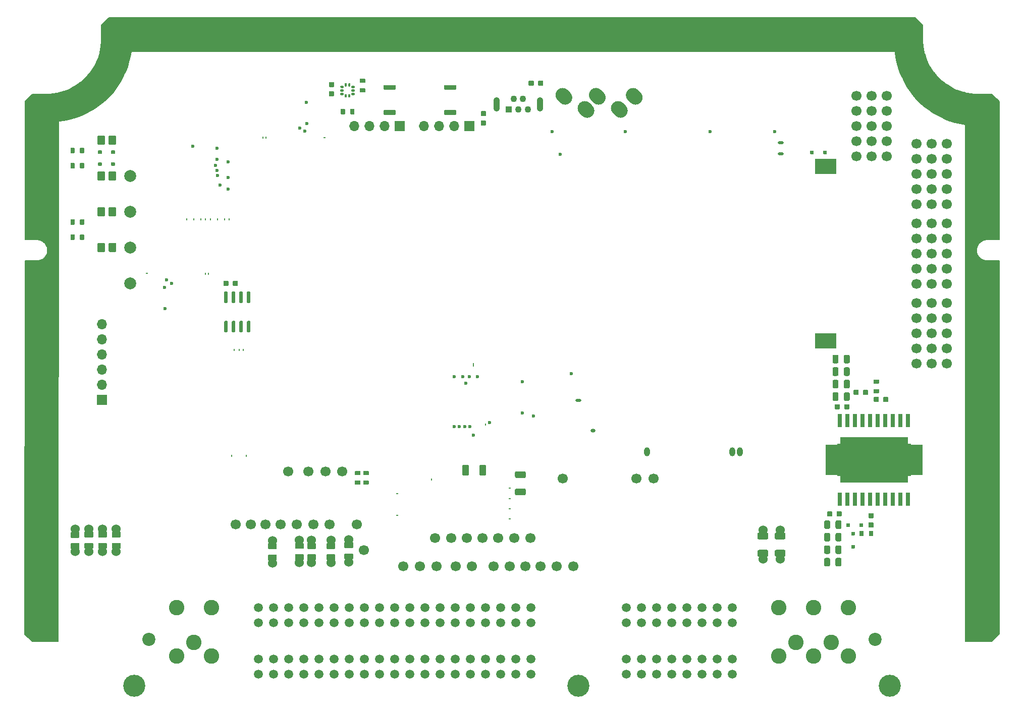
<source format=gts>
G04 #@! TF.GenerationSoftware,KiCad,Pcbnew,(5.99.0-10192-g8d0191151d)*
G04 #@! TF.CreationDate,2021-05-01T13:23:39+03:00*
G04 #@! TF.ProjectId,hellen121vag,68656c6c-656e-4313-9231-7661672e6b69,a*
G04 #@! TF.SameCoordinates,PX2b953a0PY6943058*
G04 #@! TF.FileFunction,Soldermask,Top*
G04 #@! TF.FilePolarity,Negative*
%FSLAX46Y46*%
G04 Gerber Fmt 4.6, Leading zero omitted, Abs format (unit mm)*
G04 Created by KiCad (PCBNEW (5.99.0-10192-g8d0191151d)) date 2021-05-01 13:23:39*
%MOMM*%
%LPD*%
G01*
G04 APERTURE LIST*
%ADD10C,0.010000*%
%ADD11C,3.700000*%
%ADD12C,2.200000*%
%ADD13C,2.600000*%
%ADD14C,1.500000*%
%ADD15C,1.700000*%
%ADD16O,0.499999X0.250000*%
%ADD17O,0.250000X0.499999*%
%ADD18C,0.599999*%
%ADD19O,0.200000X0.399999*%
%ADD20O,1.000001X1.500000*%
%ADD21O,0.800001X0.599999*%
%ADD22C,1.524000*%
%ADD23R,0.203200X1.524000*%
%ADD24C,2.000000*%
%ADD25R,0.800000X2.200000*%
%ADD26R,2.032000X5.080000*%
%ADD27R,11.430000X7.620000*%
%ADD28R,3.600000X2.600000*%
%ADD29O,0.500000X0.250000*%
%ADD30O,0.250000X0.500000*%
%ADD31R,1.700000X1.700000*%
%ADD32O,1.700000X1.700000*%
%ADD33C,0.600000*%
%ADD34O,1.000001X0.499999*%
%ADD35O,0.200000X0.499999*%
%ADD36R,1.100000X1.100000*%
%ADD37C,1.100000*%
%ADD38O,1.100000X2.400000*%
%ADD39C,0.200000*%
G04 APERTURE END LIST*
D10*
G04 #@! TO.C,U1*
X148402450Y46133763D02*
X148803000Y46133763D01*
X148803000Y46133763D02*
X148803000Y40847843D01*
X148803000Y40847843D02*
X148402450Y40847843D01*
X148402450Y40847843D02*
X148402450Y46133763D01*
G36*
X148803000Y40847843D02*
G01*
X148402450Y40847843D01*
X148402450Y46133763D01*
X148803000Y46133763D01*
X148803000Y40847843D01*
G37*
X148803000Y40847843D02*
X148402450Y40847843D01*
X148402450Y46133763D01*
X148803000Y46133763D01*
X148803000Y40847843D01*
X136598850Y46133763D02*
X137017400Y46133763D01*
X137017400Y46133763D02*
X137017400Y40845303D01*
X137017400Y40845303D02*
X136598850Y40845303D01*
X136598850Y40845303D02*
X136598850Y46133763D01*
G36*
X137017400Y40845303D02*
G01*
X136598850Y40845303D01*
X136598850Y46133763D01*
X137017400Y46133763D01*
X137017400Y40845303D01*
G37*
X137017400Y40845303D02*
X136598850Y40845303D01*
X136598850Y46133763D01*
X137017400Y46133763D01*
X137017400Y40845303D01*
G04 #@! TD*
G04 #@! TO.C,R21*
G36*
G01*
X8612000Y81240000D02*
X8612000Y80460000D01*
G75*
G02*
X8542000Y80390000I-70000J0D01*
G01*
X7982000Y80390000D01*
G75*
G02*
X7912000Y80460000I0J70000D01*
G01*
X7912000Y81240000D01*
G75*
G02*
X7982000Y81310000I70000J0D01*
G01*
X8542000Y81310000D01*
G75*
G02*
X8612000Y81240000I0J-70000D01*
G01*
G37*
G36*
G01*
X10212000Y81240000D02*
X10212000Y80460000D01*
G75*
G02*
X10142000Y80390000I-70000J0D01*
G01*
X9582000Y80390000D01*
G75*
G02*
X9512000Y80460000I0J70000D01*
G01*
X9512000Y81240000D01*
G75*
G02*
X9582000Y81310000I70000J0D01*
G01*
X10142000Y81310000D01*
G75*
G02*
X10212000Y81240000I0J-70000D01*
G01*
G37*
G04 #@! TD*
G04 #@! TO.C,R20*
G36*
G01*
X8612000Y83790000D02*
X8612000Y83010000D01*
G75*
G02*
X8542000Y82940000I-70000J0D01*
G01*
X7982000Y82940000D01*
G75*
G02*
X7912000Y83010000I0J70000D01*
G01*
X7912000Y83790000D01*
G75*
G02*
X7982000Y83860000I70000J0D01*
G01*
X8542000Y83860000D01*
G75*
G02*
X8612000Y83790000I0J-70000D01*
G01*
G37*
G36*
G01*
X10212000Y83790000D02*
X10212000Y83010000D01*
G75*
G02*
X10142000Y82940000I-70000J0D01*
G01*
X9582000Y82940000D01*
G75*
G02*
X9512000Y83010000I0J70000D01*
G01*
X9512000Y83790000D01*
G75*
G02*
X9582000Y83860000I70000J0D01*
G01*
X10142000Y83860000D01*
G75*
G02*
X10212000Y83790000I0J-70000D01*
G01*
G37*
G04 #@! TD*
G04 #@! TO.C,R17*
G36*
G01*
X8612000Y93240000D02*
X8612000Y92460000D01*
G75*
G02*
X8542000Y92390000I-70000J0D01*
G01*
X7982000Y92390000D01*
G75*
G02*
X7912000Y92460000I0J70000D01*
G01*
X7912000Y93240000D01*
G75*
G02*
X7982000Y93310000I70000J0D01*
G01*
X8542000Y93310000D01*
G75*
G02*
X8612000Y93240000I0J-70000D01*
G01*
G37*
G36*
G01*
X10212000Y93240000D02*
X10212000Y92460000D01*
G75*
G02*
X10142000Y92390000I-70000J0D01*
G01*
X9582000Y92390000D01*
G75*
G02*
X9512000Y92460000I0J70000D01*
G01*
X9512000Y93240000D01*
G75*
G02*
X9582000Y93310000I70000J0D01*
G01*
X10142000Y93310000D01*
G75*
G02*
X10212000Y93240000I0J-70000D01*
G01*
G37*
G04 #@! TD*
G04 #@! TO.C,R16*
G36*
G01*
X8612000Y95790000D02*
X8612000Y95010000D01*
G75*
G02*
X8542000Y94940000I-70000J0D01*
G01*
X7982000Y94940000D01*
G75*
G02*
X7912000Y95010000I0J70000D01*
G01*
X7912000Y95790000D01*
G75*
G02*
X7982000Y95860000I70000J0D01*
G01*
X8542000Y95860000D01*
G75*
G02*
X8612000Y95790000I0J-70000D01*
G01*
G37*
G36*
G01*
X10212000Y95790000D02*
X10212000Y95010000D01*
G75*
G02*
X10142000Y94940000I-70000J0D01*
G01*
X9582000Y94940000D01*
G75*
G02*
X9512000Y95010000I0J70000D01*
G01*
X9512000Y95790000D01*
G75*
G02*
X9582000Y95860000I70000J0D01*
G01*
X10142000Y95860000D01*
G75*
G02*
X10212000Y95790000I0J-70000D01*
G01*
G37*
G04 #@! TD*
D11*
G04 #@! TO.C,P1*
X145348000Y5492000D03*
X18648000Y5492000D03*
X93148000Y5492000D03*
D12*
X142898000Y13292000D03*
X21098000Y13292000D03*
D13*
X25748000Y10492000D03*
X31548000Y10492000D03*
X28648000Y12822000D03*
X25748000Y18622000D03*
X31548000Y18622000D03*
D14*
X85168000Y18622000D03*
X82628000Y18622000D03*
X80088000Y18622000D03*
X77548000Y18622000D03*
X75008000Y18622000D03*
X72468000Y18622000D03*
X69928000Y18622000D03*
X67388000Y18622000D03*
X64848000Y18622000D03*
X62308000Y18622000D03*
X59768000Y18622000D03*
X57228000Y18622000D03*
X54688000Y18622000D03*
X52148000Y18622000D03*
X49608000Y18622000D03*
X47068000Y18622000D03*
X44528000Y18622000D03*
X41988000Y18622000D03*
X39448000Y18622000D03*
X85168000Y16082000D03*
X82628000Y16082000D03*
X80088000Y16082000D03*
X77548000Y16082000D03*
X75008000Y16082000D03*
X72468000Y16082000D03*
X69928000Y16082000D03*
X67388000Y16082000D03*
X64848000Y16082000D03*
X62308000Y16082000D03*
X59768000Y16082000D03*
X57228000Y16082000D03*
X54688000Y16082000D03*
X52148000Y16082000D03*
X49608000Y16082000D03*
X47068000Y16082000D03*
X44528000Y16082000D03*
X41988000Y16082000D03*
X39448000Y16082000D03*
X85168000Y10032000D03*
X82628000Y10032000D03*
X80088000Y10032000D03*
X77548000Y10032000D03*
X75008000Y10032000D03*
X72468000Y10032000D03*
X69928000Y10032000D03*
X67388000Y10032000D03*
X64848000Y10032000D03*
X62308000Y10032000D03*
X59768000Y10032000D03*
X57228000Y10032000D03*
X54688000Y10032000D03*
X52148000Y10032000D03*
X49608000Y10032000D03*
X47068000Y10032000D03*
X44528000Y10032000D03*
X41988000Y10032000D03*
X39448000Y10032000D03*
X85168000Y7492000D03*
X82628000Y7492000D03*
X80088000Y7492000D03*
X77548000Y7492000D03*
X75008000Y7492000D03*
X72468000Y7492000D03*
X69928000Y7492000D03*
X67388000Y7492000D03*
X64848000Y7492000D03*
X62308000Y7492000D03*
X59768000Y7492000D03*
X57228000Y7492000D03*
X54688000Y7492000D03*
X52148000Y7492000D03*
X49608000Y7492000D03*
X47068000Y7492000D03*
X44528000Y7492000D03*
X41988000Y7492000D03*
X39448000Y7492000D03*
X101138000Y7492000D03*
X103678000Y7492000D03*
X106218000Y7492000D03*
X108758000Y7492000D03*
X111298000Y7492000D03*
X113838000Y7492000D03*
X116378000Y7492000D03*
X118918000Y7492000D03*
X101138000Y10032000D03*
X103678000Y10032000D03*
X106218000Y10032000D03*
X108758000Y10032000D03*
X111298000Y10032000D03*
X113838000Y10032000D03*
X116378000Y10032000D03*
X118918000Y10032000D03*
X101138000Y16082000D03*
X103678000Y16082000D03*
X106218000Y16082000D03*
X108758000Y16082000D03*
X111298000Y16082000D03*
X113838000Y16082000D03*
X116378000Y16082000D03*
X118918000Y16082000D03*
X101138000Y18622000D03*
X103678000Y18622000D03*
X106218000Y18622000D03*
X108758000Y18622000D03*
X111298000Y18622000D03*
X113838000Y18622000D03*
X116378000Y18622000D03*
X118918000Y18622000D03*
D13*
X126748000Y10492000D03*
X132548000Y10492000D03*
X138448000Y10492000D03*
X129648000Y12822000D03*
X135548000Y12822000D03*
X126748000Y18622000D03*
X132548000Y18622000D03*
X138448000Y18622000D03*
G04 #@! TD*
G04 #@! TO.C,M3*
G36*
G01*
X75642499Y59646377D02*
X75642499Y59196377D01*
G75*
G02*
X75517499Y59071377I-125000J0D01*
G01*
X75517499Y59071377D01*
G75*
G02*
X75392499Y59196377I0J125000D01*
G01*
X75392499Y59646377D01*
G75*
G02*
X75517499Y59771377I125000J0D01*
G01*
X75517499Y59771377D01*
G75*
G02*
X75642499Y59646377I0J-125000D01*
G01*
G37*
G04 #@! TD*
G04 #@! TO.C,U3*
G36*
G01*
X34145000Y64850000D02*
X33845000Y64850000D01*
G75*
G02*
X33695000Y65000000I0J150000D01*
G01*
X33695000Y66650000D01*
G75*
G02*
X33845000Y66800000I150000J0D01*
G01*
X34145000Y66800000D01*
G75*
G02*
X34295000Y66650000I0J-150000D01*
G01*
X34295000Y65000000D01*
G75*
G02*
X34145000Y64850000I-150000J0D01*
G01*
G37*
G36*
G01*
X35415000Y64850000D02*
X35115000Y64850000D01*
G75*
G02*
X34965000Y65000000I0J150000D01*
G01*
X34965000Y66650000D01*
G75*
G02*
X35115000Y66800000I150000J0D01*
G01*
X35415000Y66800000D01*
G75*
G02*
X35565000Y66650000I0J-150000D01*
G01*
X35565000Y65000000D01*
G75*
G02*
X35415000Y64850000I-150000J0D01*
G01*
G37*
G36*
G01*
X36685000Y64850000D02*
X36385000Y64850000D01*
G75*
G02*
X36235000Y65000000I0J150000D01*
G01*
X36235000Y66650000D01*
G75*
G02*
X36385000Y66800000I150000J0D01*
G01*
X36685000Y66800000D01*
G75*
G02*
X36835000Y66650000I0J-150000D01*
G01*
X36835000Y65000000D01*
G75*
G02*
X36685000Y64850000I-150000J0D01*
G01*
G37*
G36*
G01*
X37955000Y64850000D02*
X37655000Y64850000D01*
G75*
G02*
X37505000Y65000000I0J150000D01*
G01*
X37505000Y66650000D01*
G75*
G02*
X37655000Y66800000I150000J0D01*
G01*
X37955000Y66800000D01*
G75*
G02*
X38105000Y66650000I0J-150000D01*
G01*
X38105000Y65000000D01*
G75*
G02*
X37955000Y64850000I-150000J0D01*
G01*
G37*
G36*
G01*
X37955000Y69800000D02*
X37655000Y69800000D01*
G75*
G02*
X37505000Y69950000I0J150000D01*
G01*
X37505000Y71600000D01*
G75*
G02*
X37655000Y71750000I150000J0D01*
G01*
X37955000Y71750000D01*
G75*
G02*
X38105000Y71600000I0J-150000D01*
G01*
X38105000Y69950000D01*
G75*
G02*
X37955000Y69800000I-150000J0D01*
G01*
G37*
G36*
G01*
X36685000Y69800000D02*
X36385000Y69800000D01*
G75*
G02*
X36235000Y69950000I0J150000D01*
G01*
X36235000Y71600000D01*
G75*
G02*
X36385000Y71750000I150000J0D01*
G01*
X36685000Y71750000D01*
G75*
G02*
X36835000Y71600000I0J-150000D01*
G01*
X36835000Y69950000D01*
G75*
G02*
X36685000Y69800000I-150000J0D01*
G01*
G37*
G36*
G01*
X35415000Y69800000D02*
X35115000Y69800000D01*
G75*
G02*
X34965000Y69950000I0J150000D01*
G01*
X34965000Y71600000D01*
G75*
G02*
X35115000Y71750000I150000J0D01*
G01*
X35415000Y71750000D01*
G75*
G02*
X35565000Y71600000I0J-150000D01*
G01*
X35565000Y69950000D01*
G75*
G02*
X35415000Y69800000I-150000J0D01*
G01*
G37*
G36*
G01*
X34145000Y69800000D02*
X33845000Y69800000D01*
G75*
G02*
X33695000Y69950000I0J150000D01*
G01*
X33695000Y71600000D01*
G75*
G02*
X33845000Y71750000I150000J0D01*
G01*
X34145000Y71750000D01*
G75*
G02*
X34295000Y71600000I0J-150000D01*
G01*
X34295000Y69950000D01*
G75*
G02*
X34145000Y69800000I-150000J0D01*
G01*
G37*
G04 #@! TD*
G04 #@! TO.C,C15*
G36*
G01*
X51360000Y106915001D02*
X52040000Y106915001D01*
G75*
G02*
X52125000Y106830001I0J-85000D01*
G01*
X52125000Y106150001D01*
G75*
G02*
X52040000Y106065001I-85000J0D01*
G01*
X51360000Y106065001D01*
G75*
G02*
X51275000Y106150001I0J85000D01*
G01*
X51275000Y106830001D01*
G75*
G02*
X51360000Y106915001I85000J0D01*
G01*
G37*
G36*
G01*
X51360000Y105334999D02*
X52040000Y105334999D01*
G75*
G02*
X52125000Y105249999I0J-85000D01*
G01*
X52125000Y104569999D01*
G75*
G02*
X52040000Y104484999I-85000J0D01*
G01*
X51360000Y104484999D01*
G75*
G02*
X51275000Y104569999I0J85000D01*
G01*
X51275000Y105249999D01*
G75*
G02*
X51360000Y105334999I85000J0D01*
G01*
G37*
G04 #@! TD*
G04 #@! TO.C,C6*
G36*
G01*
X77540000Y99584999D02*
X76860000Y99584999D01*
G75*
G02*
X76775000Y99669999I0J85000D01*
G01*
X76775000Y100349999D01*
G75*
G02*
X76860000Y100434999I85000J0D01*
G01*
X77540000Y100434999D01*
G75*
G02*
X77625000Y100349999I0J-85000D01*
G01*
X77625000Y99669999D01*
G75*
G02*
X77540000Y99584999I-85000J0D01*
G01*
G37*
G36*
G01*
X77540000Y101165001D02*
X76860000Y101165001D01*
G75*
G02*
X76775000Y101250001I0J85000D01*
G01*
X76775000Y101930001D01*
G75*
G02*
X76860000Y102015001I85000J0D01*
G01*
X77540000Y102015001D01*
G75*
G02*
X77625000Y101930001I0J-85000D01*
G01*
X77625000Y101250001D01*
G75*
G02*
X77540000Y101165001I-85000J0D01*
G01*
G37*
G04 #@! TD*
D15*
G04 #@! TO.C,G5*
X149860000Y73050000D03*
X149860000Y75590000D03*
X149860000Y78130000D03*
X149860000Y80670000D03*
X149860000Y83210000D03*
X152400000Y73050000D03*
X152400000Y75590000D03*
X152400000Y78130000D03*
X152400000Y80670000D03*
X152400000Y83210000D03*
X154940000Y73050000D03*
X154940000Y75590000D03*
X154940000Y78130000D03*
X154940000Y80670000D03*
X154940000Y83210000D03*
G04 #@! TD*
G04 #@! TO.C,V20*
X51350000Y32650000D03*
G04 #@! TD*
G04 #@! TO.C,V9*
X74400000Y30350000D03*
G04 #@! TD*
D16*
G04 #@! TO.C,M1*
X50537495Y97531666D03*
D17*
X40187501Y97581664D03*
X40687502Y97581664D03*
D18*
X47237499Y98631662D03*
X46362497Y99156662D03*
X47537501Y99906660D03*
X47462498Y103456661D03*
G04 #@! TD*
D19*
G04 #@! TO.C,M7*
X34517335Y83814583D03*
X33757356Y83814583D03*
X32582363Y83814583D03*
X31407376Y83814583D03*
X30567464Y83814583D03*
X29817392Y83814583D03*
X28642381Y83814583D03*
X27467384Y83814583D03*
D18*
X32507387Y93914190D03*
X34342397Y93489182D03*
X32292389Y92939185D03*
X32507384Y92064226D03*
X32582391Y91214203D03*
X34342397Y90889187D03*
X33032397Y89589220D03*
X34342397Y88939203D03*
X28417382Y96114206D03*
X32492388Y95814204D03*
G04 #@! TD*
D20*
G04 #@! TO.C,M6*
X120232431Y44851221D03*
X118976566Y44851221D03*
X104601540Y44851221D03*
D21*
X95546542Y48347505D03*
G04 #@! TD*
D15*
G04 #@! TO.C,V40*
X48650000Y32650000D03*
G04 #@! TD*
G04 #@! TO.C,V61*
X40675000Y32650000D03*
G04 #@! TD*
G04 #@! TO.C,V17*
X57175000Y28300000D03*
G04 #@! TD*
G04 #@! TO.C,V69*
X92250000Y25575000D03*
G04 #@! TD*
G04 #@! TO.C,D8*
G36*
G01*
X14312000Y90505000D02*
X14312000Y91745000D01*
G75*
G02*
X14442000Y91875000I130000J0D01*
G01*
X15482000Y91875000D01*
G75*
G02*
X15612000Y91745000I0J-130000D01*
G01*
X15612000Y90505000D01*
G75*
G02*
X15482000Y90375000I-130000J0D01*
G01*
X14442000Y90375000D01*
G75*
G02*
X14312000Y90505000I0J130000D01*
G01*
G37*
G36*
G01*
X12411979Y90505000D02*
X12411979Y91745000D01*
G75*
G02*
X12541979Y91875000I130000J0D01*
G01*
X13581979Y91875000D01*
G75*
G02*
X13711979Y91745000I0J-130000D01*
G01*
X13711979Y90505000D01*
G75*
G02*
X13581979Y90375000I-130000J0D01*
G01*
X12541979Y90375000D01*
G75*
G02*
X12411979Y90505000I0J130000D01*
G01*
G37*
G04 #@! TD*
G04 #@! TO.C,V67*
X89500000Y25575000D03*
G04 #@! TD*
G04 #@! TO.C,VOUT3*
X105750000Y40325000D03*
G04 #@! TD*
G04 #@! TO.C,V11*
X69100000Y30350000D03*
G04 #@! TD*
G04 #@! TO.C,R13*
G36*
G01*
X8075000Y31375001D02*
X9325000Y31375001D01*
G75*
G02*
X9425000Y31275001I0J-100000D01*
G01*
X9425000Y30475001D01*
G75*
G02*
X9325000Y30375001I-100000J0D01*
G01*
X8075000Y30375001D01*
G75*
G02*
X7975000Y30475001I0J100000D01*
G01*
X7975000Y31275001D01*
G75*
G02*
X8075000Y31375001I100000J0D01*
G01*
G37*
D22*
X8700000Y31830000D03*
D23*
X8700000Y31195000D03*
X8700000Y28655000D03*
G36*
G01*
X8075000Y29474979D02*
X9325000Y29474979D01*
G75*
G02*
X9425000Y29374979I0J-100000D01*
G01*
X9425000Y28574979D01*
G75*
G02*
X9325000Y28474979I-100000J0D01*
G01*
X8075000Y28474979D01*
G75*
G02*
X7975000Y28574979I0J100000D01*
G01*
X7975000Y29374979D01*
G75*
G02*
X8075000Y29474979I100000J0D01*
G01*
G37*
D22*
X8700000Y28020000D03*
G04 #@! TD*
D15*
G04 #@! TO.C,G2*
X149860000Y86360000D03*
X149860000Y88900000D03*
X149860000Y91440000D03*
X149860000Y93980000D03*
X149860000Y96520000D03*
X152400000Y86360000D03*
X152400000Y88900000D03*
X152400000Y91440000D03*
X152400000Y93980000D03*
X152400000Y96520000D03*
X154940000Y86360000D03*
X154940000Y88900000D03*
X154940000Y91440000D03*
X154940000Y93980000D03*
X154940000Y96520000D03*
G04 #@! TD*
G04 #@! TO.C,R4*
G36*
G01*
X55225000Y26749999D02*
X53975000Y26749999D01*
G75*
G02*
X53875000Y26849999I0J100000D01*
G01*
X53875000Y27649999D01*
G75*
G02*
X53975000Y27749999I100000J0D01*
G01*
X55225000Y27749999D01*
G75*
G02*
X55325000Y27649999I0J-100000D01*
G01*
X55325000Y26849999D01*
G75*
G02*
X55225000Y26749999I-100000J0D01*
G01*
G37*
D23*
X54600000Y26930000D03*
D22*
X54600000Y26295000D03*
X54600000Y30105000D03*
G36*
G01*
X55225000Y28650021D02*
X53975000Y28650021D01*
G75*
G02*
X53875000Y28750021I0J100000D01*
G01*
X53875000Y29550021D01*
G75*
G02*
X53975000Y29650021I100000J0D01*
G01*
X55225000Y29650021D01*
G75*
G02*
X55325000Y29550021I0J-100000D01*
G01*
X55325000Y28750021D01*
G75*
G02*
X55225000Y28650021I-100000J0D01*
G01*
G37*
D23*
X54600000Y29470000D03*
G04 #@! TD*
D15*
G04 #@! TO.C,VIN4*
X47850000Y41525000D03*
G04 #@! TD*
G04 #@! TO.C,C5*
G36*
G01*
X145122001Y53932163D02*
X145122001Y53252163D01*
G75*
G02*
X145037001Y53167163I-85000J0D01*
G01*
X144357001Y53167163D01*
G75*
G02*
X144272001Y53252163I0J85000D01*
G01*
X144272001Y53932163D01*
G75*
G02*
X144357001Y54017163I85000J0D01*
G01*
X145037001Y54017163D01*
G75*
G02*
X145122001Y53932163I0J-85000D01*
G01*
G37*
G36*
G01*
X143541999Y53932163D02*
X143541999Y53252163D01*
G75*
G02*
X143456999Y53167163I-85000J0D01*
G01*
X142776999Y53167163D01*
G75*
G02*
X142691999Y53252163I0J85000D01*
G01*
X142691999Y53932163D01*
G75*
G02*
X142776999Y54017163I85000J0D01*
G01*
X143456999Y54017163D01*
G75*
G02*
X143541999Y53932163I0J-85000D01*
G01*
G37*
G04 #@! TD*
G04 #@! TO.C,C11*
G36*
G01*
X134362000Y32104000D02*
X134362000Y33054000D01*
G75*
G02*
X134612000Y33304000I250000J0D01*
G01*
X135112000Y33304000D01*
G75*
G02*
X135362000Y33054000I0J-250000D01*
G01*
X135362000Y32104000D01*
G75*
G02*
X135112000Y31854000I-250000J0D01*
G01*
X134612000Y31854000D01*
G75*
G02*
X134362000Y32104000I0J250000D01*
G01*
G37*
G36*
G01*
X136262000Y32104000D02*
X136262000Y33054000D01*
G75*
G02*
X136512000Y33304000I250000J0D01*
G01*
X137012000Y33304000D01*
G75*
G02*
X137262000Y33054000I0J-250000D01*
G01*
X137262000Y32104000D01*
G75*
G02*
X137012000Y31854000I-250000J0D01*
G01*
X136512000Y31854000D01*
G75*
G02*
X136262000Y32104000I0J250000D01*
G01*
G37*
G04 #@! TD*
G04 #@! TO.C,V74*
X45925000Y32650000D03*
G04 #@! TD*
D17*
G04 #@! TO.C,M5*
X35362524Y61926574D03*
X36237524Y61926574D03*
X36937525Y61926574D03*
X37387524Y44101576D03*
X34987521Y44101576D03*
G04 #@! TD*
D15*
G04 #@! TO.C,VIN1*
X44450000Y41550000D03*
G04 #@! TD*
G04 #@! TO.C,R8*
G36*
G01*
X48975000Y26599999D02*
X47725000Y26599999D01*
G75*
G02*
X47625000Y26699999I0J100000D01*
G01*
X47625000Y27499999D01*
G75*
G02*
X47725000Y27599999I100000J0D01*
G01*
X48975000Y27599999D01*
G75*
G02*
X49075000Y27499999I0J-100000D01*
G01*
X49075000Y26699999D01*
G75*
G02*
X48975000Y26599999I-100000J0D01*
G01*
G37*
D22*
X48350000Y26145000D03*
D23*
X48350000Y26780000D03*
X48350000Y29320000D03*
G36*
G01*
X48975000Y28500021D02*
X47725000Y28500021D01*
G75*
G02*
X47625000Y28600021I0J100000D01*
G01*
X47625000Y29400021D01*
G75*
G02*
X47725000Y29500021I100000J0D01*
G01*
X48975000Y29500021D01*
G75*
G02*
X49075000Y29400021I0J-100000D01*
G01*
X49075000Y28600021D01*
G75*
G02*
X48975000Y28500021I-100000J0D01*
G01*
G37*
D22*
X48350000Y29955000D03*
G04 #@! TD*
D23*
G04 #@! TO.C,F1*
X124075000Y27250000D03*
G36*
G01*
X124975000Y28119990D02*
X124975000Y27429990D01*
G75*
G02*
X124745000Y27199990I-230000J0D01*
G01*
X123405000Y27199990D01*
G75*
G02*
X123175000Y27429990I0J230000D01*
G01*
X123175000Y28119990D01*
G75*
G02*
X123405000Y28349990I230000J0D01*
G01*
X124745000Y28349990D01*
G75*
G02*
X124975000Y28119990I0J-230000D01*
G01*
G37*
D22*
X124075000Y26775000D03*
X124075000Y31675000D03*
G36*
G01*
X124975000Y31020010D02*
X124975000Y30330010D01*
G75*
G02*
X124745000Y30100010I-230000J0D01*
G01*
X123405000Y30100010D01*
G75*
G02*
X123175000Y30330010I0J230000D01*
G01*
X123175000Y31020010D01*
G75*
G02*
X123405000Y31250010I230000J0D01*
G01*
X124745000Y31250010D01*
G75*
G02*
X124975000Y31020010I0J-230000D01*
G01*
G37*
D23*
X124075000Y31250010D03*
G04 #@! TD*
D24*
G04 #@! TO.C,J2*
X17962000Y91125000D03*
G04 #@! TD*
D25*
G04 #@! TO.C,U1*
X136992000Y36892163D03*
X138262000Y36892163D03*
X139532000Y36892163D03*
X140802000Y36892163D03*
X142072000Y36892163D03*
X143342000Y36892163D03*
X144612000Y36892163D03*
X145882000Y36892163D03*
X147152000Y36892163D03*
X148422000Y36892163D03*
X148422000Y50092163D03*
X147152000Y50092163D03*
X145882000Y50092163D03*
X144612000Y50092163D03*
X143342000Y50092163D03*
X142072000Y50092163D03*
X140802000Y50092163D03*
X139532000Y50092163D03*
X138262000Y50092163D03*
X136992000Y50092163D03*
D26*
X135595000Y43492163D03*
D27*
X142707000Y43492163D03*
D26*
X149819000Y43492163D03*
G04 #@! TD*
D16*
G04 #@! TO.C,M10*
X20725007Y74749997D03*
D17*
X31075001Y74699999D03*
X30575000Y74699999D03*
D18*
X24025003Y73650001D03*
X24900005Y73125001D03*
X23725001Y72375003D03*
X23800004Y68825002D03*
G04 #@! TD*
G04 #@! TO.C,D4*
G36*
G01*
X14312000Y96505000D02*
X14312000Y97745000D01*
G75*
G02*
X14442000Y97875000I130000J0D01*
G01*
X15482000Y97875000D01*
G75*
G02*
X15612000Y97745000I0J-130000D01*
G01*
X15612000Y96505000D01*
G75*
G02*
X15482000Y96375000I-130000J0D01*
G01*
X14442000Y96375000D01*
G75*
G02*
X14312000Y96505000I0J130000D01*
G01*
G37*
G36*
G01*
X12411979Y96505000D02*
X12411979Y97745000D01*
G75*
G02*
X12541979Y97875000I130000J0D01*
G01*
X13581979Y97875000D01*
G75*
G02*
X13711979Y97745000I0J-130000D01*
G01*
X13711979Y96505000D01*
G75*
G02*
X13581979Y96375000I-130000J0D01*
G01*
X12541979Y96375000D01*
G75*
G02*
X12411979Y96505000I0J130000D01*
G01*
G37*
G04 #@! TD*
G04 #@! TO.C,C16*
G36*
G01*
X36015001Y73440000D02*
X36015001Y72760000D01*
G75*
G02*
X35930001Y72675000I-85000J0D01*
G01*
X35250001Y72675000D01*
G75*
G02*
X35165001Y72760000I0J85000D01*
G01*
X35165001Y73440000D01*
G75*
G02*
X35250001Y73525000I85000J0D01*
G01*
X35930001Y73525000D01*
G75*
G02*
X36015001Y73440000I0J-85000D01*
G01*
G37*
G36*
G01*
X34434999Y73440000D02*
X34434999Y72760000D01*
G75*
G02*
X34349999Y72675000I-85000J0D01*
G01*
X33669999Y72675000D01*
G75*
G02*
X33584999Y72760000I0J85000D01*
G01*
X33584999Y73440000D01*
G75*
G02*
X33669999Y73525000I85000J0D01*
G01*
X34349999Y73525000D01*
G75*
G02*
X34434999Y73440000I0J-85000D01*
G01*
G37*
G04 #@! TD*
G04 #@! TO.C,S1*
G36*
G01*
X60542000Y106400001D02*
X62382000Y106400001D01*
G75*
G02*
X62462000Y106320001I0J-80000D01*
G01*
X62462000Y105680001D01*
G75*
G02*
X62382000Y105600001I-80000J0D01*
G01*
X60542000Y105600001D01*
G75*
G02*
X60462000Y105680001I0J80000D01*
G01*
X60462000Y106320001D01*
G75*
G02*
X60542000Y106400001I80000J0D01*
G01*
G37*
G36*
G01*
X60542000Y102200000D02*
X62382000Y102200000D01*
G75*
G02*
X62462000Y102120000I0J-80000D01*
G01*
X62462000Y101480000D01*
G75*
G02*
X62382000Y101400000I-80000J0D01*
G01*
X60542000Y101400000D01*
G75*
G02*
X60462000Y101480000I0J80000D01*
G01*
X60462000Y102120000D01*
G75*
G02*
X60542000Y102200000I80000J0D01*
G01*
G37*
G04 #@! TD*
D15*
G04 #@! TO.C,V10*
X71750000Y30350000D03*
G04 #@! TD*
G04 #@! TO.C,V44*
X79700000Y30350000D03*
G04 #@! TD*
D28*
G04 #@! TO.C,BT1*
X134600000Y92700000D03*
X134600000Y63400000D03*
G04 #@! TD*
G04 #@! TO.C,R5*
G36*
G01*
X142717000Y56942163D02*
X143497000Y56942163D01*
G75*
G02*
X143567000Y56872163I0J-70000D01*
G01*
X143567000Y56312163D01*
G75*
G02*
X143497000Y56242163I-70000J0D01*
G01*
X142717000Y56242163D01*
G75*
G02*
X142647000Y56312163I0J70000D01*
G01*
X142647000Y56872163D01*
G75*
G02*
X142717000Y56942163I70000J0D01*
G01*
G37*
G36*
G01*
X142717000Y55342163D02*
X143497000Y55342163D01*
G75*
G02*
X143567000Y55272163I0J-70000D01*
G01*
X143567000Y54712163D01*
G75*
G02*
X143497000Y54642163I-70000J0D01*
G01*
X142717000Y54642163D01*
G75*
G02*
X142647000Y54712163I0J70000D01*
G01*
X142647000Y55272163D01*
G75*
G02*
X142717000Y55342163I70000J0D01*
G01*
G37*
G04 #@! TD*
D15*
G04 #@! TO.C,VIN2*
X53500000Y41525000D03*
G04 #@! TD*
G04 #@! TO.C,V49*
X72550000Y25575000D03*
G04 #@! TD*
G04 #@! TO.C,VIN3*
X50675000Y41525000D03*
G04 #@! TD*
G04 #@! TO.C,U2*
G36*
G01*
X54200000Y104300000D02*
X54000000Y104300000D01*
G75*
G02*
X53900000Y104400000I0J100000D01*
G01*
X53900000Y104750000D01*
G75*
G02*
X54000000Y104850000I100000J0D01*
G01*
X54200000Y104850000D01*
G75*
G02*
X54300000Y104750000I0J-100000D01*
G01*
X54300000Y104400000D01*
G75*
G02*
X54200000Y104300000I-100000J0D01*
G01*
G37*
G36*
G01*
X54800000Y104300000D02*
X54600000Y104300000D01*
G75*
G02*
X54500000Y104400000I0J100000D01*
G01*
X54500000Y104750000D01*
G75*
G02*
X54600000Y104850000I100000J0D01*
G01*
X54800000Y104850000D01*
G75*
G02*
X54900000Y104750000I0J-100000D01*
G01*
X54900000Y104400000D01*
G75*
G02*
X54800000Y104300000I-100000J0D01*
G01*
G37*
G36*
G01*
X55500000Y104700000D02*
X55150000Y104700000D01*
G75*
G02*
X55050000Y104800000I0J100000D01*
G01*
X55050000Y105000000D01*
G75*
G02*
X55150000Y105100000I100000J0D01*
G01*
X55500000Y105100000D01*
G75*
G02*
X55600000Y105000000I0J-100000D01*
G01*
X55600000Y104800000D01*
G75*
G02*
X55500000Y104700000I-100000J0D01*
G01*
G37*
G36*
G01*
X55500000Y105300000D02*
X55150000Y105300000D01*
G75*
G02*
X55050000Y105400000I0J100000D01*
G01*
X55050000Y105600000D01*
G75*
G02*
X55150000Y105700000I100000J0D01*
G01*
X55500000Y105700000D01*
G75*
G02*
X55600000Y105600000I0J-100000D01*
G01*
X55600000Y105400000D01*
G75*
G02*
X55500000Y105300000I-100000J0D01*
G01*
G37*
G36*
G01*
X55500000Y105900000D02*
X55150000Y105900000D01*
G75*
G02*
X55050000Y106000000I0J100000D01*
G01*
X55050000Y106200000D01*
G75*
G02*
X55150000Y106300000I100000J0D01*
G01*
X55500000Y106300000D01*
G75*
G02*
X55600000Y106200000I0J-100000D01*
G01*
X55600000Y106000000D01*
G75*
G02*
X55500000Y105900000I-100000J0D01*
G01*
G37*
G36*
G01*
X54800000Y106150000D02*
X54600000Y106150000D01*
G75*
G02*
X54500000Y106250000I0J100000D01*
G01*
X54500000Y106600000D01*
G75*
G02*
X54600000Y106700000I100000J0D01*
G01*
X54800000Y106700000D01*
G75*
G02*
X54900000Y106600000I0J-100000D01*
G01*
X54900000Y106250000D01*
G75*
G02*
X54800000Y106150000I-100000J0D01*
G01*
G37*
G36*
G01*
X54200000Y106150000D02*
X54000000Y106150000D01*
G75*
G02*
X53900000Y106250000I0J100000D01*
G01*
X53900000Y106600000D01*
G75*
G02*
X54000000Y106700000I100000J0D01*
G01*
X54200000Y106700000D01*
G75*
G02*
X54300000Y106600000I0J-100000D01*
G01*
X54300000Y106250000D01*
G75*
G02*
X54200000Y106150000I-100000J0D01*
G01*
G37*
G36*
G01*
X53650000Y105900000D02*
X53300000Y105900000D01*
G75*
G02*
X53200000Y106000000I0J100000D01*
G01*
X53200000Y106200000D01*
G75*
G02*
X53300000Y106300000I100000J0D01*
G01*
X53650000Y106300000D01*
G75*
G02*
X53750000Y106200000I0J-100000D01*
G01*
X53750000Y106000000D01*
G75*
G02*
X53650000Y105900000I-100000J0D01*
G01*
G37*
G36*
G01*
X53650000Y105300000D02*
X53300000Y105300000D01*
G75*
G02*
X53200000Y105400000I0J100000D01*
G01*
X53200000Y105600000D01*
G75*
G02*
X53300000Y105700000I100000J0D01*
G01*
X53650000Y105700000D01*
G75*
G02*
X53750000Y105600000I0J-100000D01*
G01*
X53750000Y105400000D01*
G75*
G02*
X53650000Y105300000I-100000J0D01*
G01*
G37*
G36*
G01*
X53650000Y104700000D02*
X53300000Y104700000D01*
G75*
G02*
X53200000Y104800000I0J100000D01*
G01*
X53200000Y105000000D01*
G75*
G02*
X53300000Y105100000I100000J0D01*
G01*
X53650000Y105100000D01*
G75*
G02*
X53750000Y105000000I0J-100000D01*
G01*
X53750000Y104800000D01*
G75*
G02*
X53650000Y104700000I-100000J0D01*
G01*
G37*
G04 #@! TD*
G04 #@! TO.C,D5*
G36*
G01*
X15302000Y92825000D02*
X14822000Y92825000D01*
G75*
G02*
X14762000Y92885000I0J60000D01*
G01*
X14762000Y93365000D01*
G75*
G02*
X14822000Y93425000I60000J0D01*
G01*
X15302000Y93425000D01*
G75*
G02*
X15362000Y93365000I0J-60000D01*
G01*
X15362000Y92885000D01*
G75*
G02*
X15302000Y92825000I-60000J0D01*
G01*
G37*
G36*
G01*
X13102000Y92825000D02*
X12622000Y92825000D01*
G75*
G02*
X12562000Y92885000I0J60000D01*
G01*
X12562000Y93365000D01*
G75*
G02*
X12622000Y93425000I60000J0D01*
G01*
X13102000Y93425000D01*
G75*
G02*
X13162000Y93365000I0J-60000D01*
G01*
X13162000Y92885000D01*
G75*
G02*
X13102000Y92825000I-60000J0D01*
G01*
G37*
G04 #@! TD*
G04 #@! TO.C,V28*
X77050000Y30350000D03*
G04 #@! TD*
G04 #@! TO.C,R18*
G36*
G01*
X53274986Y101550001D02*
X53274986Y102330001D01*
G75*
G02*
X53344986Y102400001I70000J0D01*
G01*
X53904986Y102400001D01*
G75*
G02*
X53974986Y102330001I0J-70000D01*
G01*
X53974986Y101550001D01*
G75*
G02*
X53904986Y101480001I-70000J0D01*
G01*
X53344986Y101480001D01*
G75*
G02*
X53274986Y101550001I0J70000D01*
G01*
G37*
G36*
G01*
X54874986Y101550001D02*
X54874986Y102330001D01*
G75*
G02*
X54944986Y102400001I70000J0D01*
G01*
X55504986Y102400001D01*
G75*
G02*
X55574986Y102330001I0J-70000D01*
G01*
X55574986Y101550001D01*
G75*
G02*
X55504986Y101480001I-70000J0D01*
G01*
X54944986Y101480001D01*
G75*
G02*
X54874986Y101550001I0J70000D01*
G01*
G37*
G04 #@! TD*
G04 #@! TO.C,R10*
G36*
G01*
X12675000Y31425001D02*
X13925000Y31425001D01*
G75*
G02*
X14025000Y31325001I0J-100000D01*
G01*
X14025000Y30525001D01*
G75*
G02*
X13925000Y30425001I-100000J0D01*
G01*
X12675000Y30425001D01*
G75*
G02*
X12575000Y30525001I0J100000D01*
G01*
X12575000Y31325001D01*
G75*
G02*
X12675000Y31425001I100000J0D01*
G01*
G37*
D22*
X13300000Y31880000D03*
D23*
X13300000Y31245000D03*
D22*
X13300000Y28070000D03*
G36*
G01*
X12675000Y29524979D02*
X13925000Y29524979D01*
G75*
G02*
X14025000Y29424979I0J-100000D01*
G01*
X14025000Y28624979D01*
G75*
G02*
X13925000Y28524979I-100000J0D01*
G01*
X12675000Y28524979D01*
G75*
G02*
X12575000Y28624979I0J100000D01*
G01*
X12575000Y29424979D01*
G75*
G02*
X12675000Y29524979I100000J0D01*
G01*
G37*
D23*
X13300000Y28705000D03*
G04 #@! TD*
G04 #@! TO.C,D3*
G36*
G01*
X15302000Y94825000D02*
X14822000Y94825000D01*
G75*
G02*
X14762000Y94885000I0J60000D01*
G01*
X14762000Y95365000D01*
G75*
G02*
X14822000Y95425000I60000J0D01*
G01*
X15302000Y95425000D01*
G75*
G02*
X15362000Y95365000I0J-60000D01*
G01*
X15362000Y94885000D01*
G75*
G02*
X15302000Y94825000I-60000J0D01*
G01*
G37*
G36*
G01*
X13102000Y94825000D02*
X12622000Y94825000D01*
G75*
G02*
X12562000Y94885000I0J60000D01*
G01*
X12562000Y95365000D01*
G75*
G02*
X12622000Y95425000I60000J0D01*
G01*
X13102000Y95425000D01*
G75*
G02*
X13162000Y95365000I0J-60000D01*
G01*
X13162000Y94885000D01*
G75*
G02*
X13102000Y94825000I-60000J0D01*
G01*
G37*
G04 #@! TD*
D22*
G04 #@! TO.C,R9*
X51600000Y26145000D03*
G36*
G01*
X52225000Y26599999D02*
X50975000Y26599999D01*
G75*
G02*
X50875000Y26699999I0J100000D01*
G01*
X50875000Y27499999D01*
G75*
G02*
X50975000Y27599999I100000J0D01*
G01*
X52225000Y27599999D01*
G75*
G02*
X52325000Y27499999I0J-100000D01*
G01*
X52325000Y26699999D01*
G75*
G02*
X52225000Y26599999I-100000J0D01*
G01*
G37*
D23*
X51600000Y26780000D03*
G36*
G01*
X52225000Y28500021D02*
X50975000Y28500021D01*
G75*
G02*
X50875000Y28600021I0J100000D01*
G01*
X50875000Y29400021D01*
G75*
G02*
X50975000Y29500021I100000J0D01*
G01*
X52225000Y29500021D01*
G75*
G02*
X52325000Y29400021I0J-100000D01*
G01*
X52325000Y28600021D01*
G75*
G02*
X52225000Y28500021I-100000J0D01*
G01*
G37*
D22*
X51600000Y29955000D03*
D23*
X51600000Y29320000D03*
G04 #@! TD*
D29*
G04 #@! TO.C,M11*
X81649997Y38700000D03*
X81649997Y36974998D03*
X81649997Y35249998D03*
X81649997Y33550000D03*
D30*
X68449998Y40175000D03*
D29*
X62694124Y34153602D03*
X62699996Y37775000D03*
G04 #@! TD*
G04 #@! TO.C,C8*
G36*
G01*
X135762000Y57804000D02*
X135762000Y58754000D01*
G75*
G02*
X136012000Y59004000I250000J0D01*
G01*
X136512000Y59004000D01*
G75*
G02*
X136762000Y58754000I0J-250000D01*
G01*
X136762000Y57804000D01*
G75*
G02*
X136512000Y57554000I-250000J0D01*
G01*
X136012000Y57554000D01*
G75*
G02*
X135762000Y57804000I0J250000D01*
G01*
G37*
G36*
G01*
X137662000Y57804000D02*
X137662000Y58754000D01*
G75*
G02*
X137912000Y59004000I250000J0D01*
G01*
X138412000Y59004000D01*
G75*
G02*
X138662000Y58754000I0J-250000D01*
G01*
X138662000Y57804000D01*
G75*
G02*
X138412000Y57554000I-250000J0D01*
G01*
X137912000Y57554000D01*
G75*
G02*
X137662000Y57804000I0J250000D01*
G01*
G37*
G04 #@! TD*
G04 #@! TO.C,D9*
G36*
G01*
X132060000Y95400000D02*
X132540000Y95400000D01*
G75*
G02*
X132600000Y95340000I0J-60000D01*
G01*
X132600000Y94860000D01*
G75*
G02*
X132540000Y94800000I-60000J0D01*
G01*
X132060000Y94800000D01*
G75*
G02*
X132000000Y94860000I0J60000D01*
G01*
X132000000Y95340000D01*
G75*
G02*
X132060000Y95400000I60000J0D01*
G01*
G37*
G36*
G01*
X134260000Y95400000D02*
X134740000Y95400000D01*
G75*
G02*
X134800000Y95340000I0J-60000D01*
G01*
X134800000Y94860000D01*
G75*
G02*
X134740000Y94800000I-60000J0D01*
G01*
X134260000Y94800000D01*
G75*
G02*
X134200000Y94860000I0J60000D01*
G01*
X134200000Y95340000D01*
G75*
G02*
X134260000Y95400000I60000J0D01*
G01*
G37*
G04 #@! TD*
D15*
G04 #@! TO.C,V14*
X63775000Y25625000D03*
G04 #@! TD*
G04 #@! TO.C,R6*
G36*
G01*
X57110000Y41600000D02*
X57890000Y41600000D01*
G75*
G02*
X57960000Y41530000I0J-70000D01*
G01*
X57960000Y40970000D01*
G75*
G02*
X57890000Y40900000I-70000J0D01*
G01*
X57110000Y40900000D01*
G75*
G02*
X57040000Y40970000I0J70000D01*
G01*
X57040000Y41530000D01*
G75*
G02*
X57110000Y41600000I70000J0D01*
G01*
G37*
G36*
G01*
X57110000Y40000000D02*
X57890000Y40000000D01*
G75*
G02*
X57960000Y39930000I0J-70000D01*
G01*
X57960000Y39370000D01*
G75*
G02*
X57890000Y39300000I-70000J0D01*
G01*
X57110000Y39300000D01*
G75*
G02*
X57040000Y39370000I0J70000D01*
G01*
X57040000Y39930000D01*
G75*
G02*
X57110000Y40000000I70000J0D01*
G01*
G37*
G04 #@! TD*
G04 #@! TO.C,R19*
G36*
G01*
X56510000Y107450000D02*
X57290000Y107450000D01*
G75*
G02*
X57360000Y107380000I0J-70000D01*
G01*
X57360000Y106820000D01*
G75*
G02*
X57290000Y106750000I-70000J0D01*
G01*
X56510000Y106750000D01*
G75*
G02*
X56440000Y106820000I0J70000D01*
G01*
X56440000Y107380000D01*
G75*
G02*
X56510000Y107450000I70000J0D01*
G01*
G37*
G36*
G01*
X56510000Y105850000D02*
X57290000Y105850000D01*
G75*
G02*
X57360000Y105780000I0J-70000D01*
G01*
X57360000Y105220000D01*
G75*
G02*
X57290000Y105150000I-70000J0D01*
G01*
X56510000Y105150000D01*
G75*
G02*
X56440000Y105220000I0J70000D01*
G01*
X56440000Y105780000D01*
G75*
G02*
X56510000Y105850000I70000J0D01*
G01*
G37*
G04 #@! TD*
G04 #@! TO.C,VOUT1*
X90500000Y40300000D03*
G04 #@! TD*
G04 #@! TO.C,V43*
X38150000Y32650000D03*
G04 #@! TD*
D31*
G04 #@! TO.C,J8*
X13200000Y53550000D03*
D32*
X13200000Y56090000D03*
X13200000Y58630000D03*
X13200000Y61170000D03*
X13200000Y63710000D03*
X13200000Y66250000D03*
G04 #@! TD*
G04 #@! TO.C,C10*
G36*
G01*
X135762000Y53604000D02*
X135762000Y54554000D01*
G75*
G02*
X136012000Y54804000I250000J0D01*
G01*
X136512000Y54804000D01*
G75*
G02*
X136762000Y54554000I0J-250000D01*
G01*
X136762000Y53604000D01*
G75*
G02*
X136512000Y53354000I-250000J0D01*
G01*
X136012000Y53354000D01*
G75*
G02*
X135762000Y53604000I0J250000D01*
G01*
G37*
G36*
G01*
X137662000Y53604000D02*
X137662000Y54554000D01*
G75*
G02*
X137912000Y54804000I250000J0D01*
G01*
X138412000Y54804000D01*
G75*
G02*
X138662000Y54554000I0J-250000D01*
G01*
X138662000Y53604000D01*
G75*
G02*
X138412000Y53354000I-250000J0D01*
G01*
X137912000Y53354000D01*
G75*
G02*
X137662000Y53604000I0J250000D01*
G01*
G37*
G04 #@! TD*
D15*
G04 #@! TO.C,G3*
X144900000Y104600000D03*
X144900000Y102060000D03*
X144900000Y99520000D03*
X144900000Y96980000D03*
X144900000Y94440000D03*
X142360000Y104600000D03*
X142360000Y102060000D03*
X142360000Y99520000D03*
X142360000Y96980000D03*
X142360000Y94440000D03*
X139820000Y104600000D03*
X139820000Y102060000D03*
X139820000Y99520000D03*
X139820000Y96980000D03*
X139820000Y94440000D03*
G04 #@! TD*
D33*
G04 #@! TO.C,M12*
X74280016Y56292004D03*
X74886977Y49016987D03*
X74036976Y49016987D03*
X73186975Y49016987D03*
X72336974Y49016987D03*
X75498380Y47567861D03*
X72337005Y57417026D03*
X73737012Y57417026D03*
X74812004Y57417026D03*
X76212011Y57417026D03*
G04 #@! TD*
D31*
G04 #@! TO.C,J9*
X63120000Y99500000D03*
D32*
X60580000Y99500000D03*
X58040000Y99500000D03*
X55500000Y99500000D03*
G04 #@! TD*
G04 #@! TO.C,R2*
G36*
G01*
X46950000Y26619999D02*
X45700000Y26619999D01*
G75*
G02*
X45600000Y26719999I0J100000D01*
G01*
X45600000Y27519999D01*
G75*
G02*
X45700000Y27619999I100000J0D01*
G01*
X46950000Y27619999D01*
G75*
G02*
X47050000Y27519999I0J-100000D01*
G01*
X47050000Y26719999D01*
G75*
G02*
X46950000Y26619999I-100000J0D01*
G01*
G37*
D22*
X46325000Y26165000D03*
D23*
X46325000Y26800000D03*
G36*
G01*
X46950000Y28520021D02*
X45700000Y28520021D01*
G75*
G02*
X45600000Y28620021I0J100000D01*
G01*
X45600000Y29420021D01*
G75*
G02*
X45700000Y29520021I100000J0D01*
G01*
X46950000Y29520021D01*
G75*
G02*
X47050000Y29420021I0J-100000D01*
G01*
X47050000Y28620021D01*
G75*
G02*
X46950000Y28520021I-100000J0D01*
G01*
G37*
X46325000Y29340000D03*
D22*
X46325000Y29975000D03*
G04 #@! TD*
G04 #@! TO.C,R14*
G36*
G01*
X76755020Y42625000D02*
X77445020Y42625000D01*
G75*
G02*
X77675020Y42395000I0J-230000D01*
G01*
X77675020Y41055000D01*
G75*
G02*
X77445020Y40825000I-230000J0D01*
G01*
X76755020Y40825000D01*
G75*
G02*
X76525020Y41055000I0J230000D01*
G01*
X76525020Y42395000D01*
G75*
G02*
X76755020Y42625000I230000J0D01*
G01*
G37*
G36*
G01*
X73855000Y42625000D02*
X74545000Y42625000D01*
G75*
G02*
X74775000Y42395000I0J-230000D01*
G01*
X74775000Y41055000D01*
G75*
G02*
X74545000Y40825000I-230000J0D01*
G01*
X73855000Y40825000D01*
G75*
G02*
X73625000Y41055000I0J230000D01*
G01*
X73625000Y42395000D01*
G75*
G02*
X73855000Y42625000I230000J0D01*
G01*
G37*
G04 #@! TD*
D23*
G04 #@! TO.C,R12*
X15600000Y31245021D03*
D22*
X15600000Y31880021D03*
G36*
G01*
X14975000Y31425022D02*
X16225000Y31425022D01*
G75*
G02*
X16325000Y31325022I0J-100000D01*
G01*
X16325000Y30525022D01*
G75*
G02*
X16225000Y30425022I-100000J0D01*
G01*
X14975000Y30425022D01*
G75*
G02*
X14875000Y30525022I0J100000D01*
G01*
X14875000Y31325022D01*
G75*
G02*
X14975000Y31425022I100000J0D01*
G01*
G37*
D23*
X15600000Y28705021D03*
G36*
G01*
X14975000Y29525000D02*
X16225000Y29525000D01*
G75*
G02*
X16325000Y29425000I0J-100000D01*
G01*
X16325000Y28625000D01*
G75*
G02*
X16225000Y28525000I-100000J0D01*
G01*
X14975000Y28525000D01*
G75*
G02*
X14875000Y28625000I0J100000D01*
G01*
X14875000Y29425000D01*
G75*
G02*
X14975000Y29525000I100000J0D01*
G01*
G37*
D22*
X15600000Y28070021D03*
G04 #@! TD*
G04 #@! TO.C,R15*
G36*
G01*
X82500000Y40630010D02*
X82500000Y41320010D01*
G75*
G02*
X82730000Y41550010I230000J0D01*
G01*
X84070000Y41550010D01*
G75*
G02*
X84300000Y41320010I0J-230000D01*
G01*
X84300000Y40630010D01*
G75*
G02*
X84070000Y40400010I-230000J0D01*
G01*
X82730000Y40400010D01*
G75*
G02*
X82500000Y40630010I0J230000D01*
G01*
G37*
G36*
G01*
X82500000Y37729990D02*
X82500000Y38419990D01*
G75*
G02*
X82730000Y38649990I230000J0D01*
G01*
X84070000Y38649990D01*
G75*
G02*
X84300000Y38419990I0J-230000D01*
G01*
X84300000Y37729990D01*
G75*
G02*
X84070000Y37499990I-230000J0D01*
G01*
X82730000Y37499990D01*
G75*
G02*
X82500000Y37729990I0J230000D01*
G01*
G37*
G04 #@! TD*
G04 #@! TO.C,F2*
G36*
G01*
X127875000Y28119990D02*
X127875000Y27429990D01*
G75*
G02*
X127645000Y27199990I-230000J0D01*
G01*
X126305000Y27199990D01*
G75*
G02*
X126075000Y27429990I0J230000D01*
G01*
X126075000Y28119990D01*
G75*
G02*
X126305000Y28349990I230000J0D01*
G01*
X127645000Y28349990D01*
G75*
G02*
X127875000Y28119990I0J-230000D01*
G01*
G37*
X126975000Y26775000D03*
D23*
X126975000Y27250000D03*
D22*
X126975000Y31675000D03*
G36*
G01*
X127875000Y31020010D02*
X127875000Y30330010D01*
G75*
G02*
X127645000Y30100010I-230000J0D01*
G01*
X126305000Y30100010D01*
G75*
G02*
X126075000Y30330010I0J230000D01*
G01*
X126075000Y31020010D01*
G75*
G02*
X126305000Y31250010I230000J0D01*
G01*
X127645000Y31250010D01*
G75*
G02*
X127875000Y31020010I0J-230000D01*
G01*
G37*
D23*
X126975000Y31250010D03*
G04 #@! TD*
G04 #@! TO.C,C14*
G36*
G01*
X134362000Y30004000D02*
X134362000Y30954000D01*
G75*
G02*
X134612000Y31204000I250000J0D01*
G01*
X135112000Y31204000D01*
G75*
G02*
X135362000Y30954000I0J-250000D01*
G01*
X135362000Y30004000D01*
G75*
G02*
X135112000Y29754000I-250000J0D01*
G01*
X134612000Y29754000D01*
G75*
G02*
X134362000Y30004000I0J250000D01*
G01*
G37*
G36*
G01*
X136262000Y30004000D02*
X136262000Y30954000D01*
G75*
G02*
X136512000Y31204000I250000J0D01*
G01*
X137012000Y31204000D01*
G75*
G02*
X137262000Y30954000I0J-250000D01*
G01*
X137262000Y30004000D01*
G75*
G02*
X137012000Y29754000I-250000J0D01*
G01*
X136512000Y29754000D01*
G75*
G02*
X136262000Y30004000I0J250000D01*
G01*
G37*
G04 #@! TD*
D24*
G04 #@! TO.C,J4*
X17962000Y79125000D03*
G04 #@! TD*
G04 #@! TO.C,C3*
G36*
G01*
X141722001Y55132163D02*
X141722001Y54452163D01*
G75*
G02*
X141637001Y54367163I-85000J0D01*
G01*
X140957001Y54367163D01*
G75*
G02*
X140872001Y54452163I0J85000D01*
G01*
X140872001Y55132163D01*
G75*
G02*
X140957001Y55217163I85000J0D01*
G01*
X141637001Y55217163D01*
G75*
G02*
X141722001Y55132163I0J-85000D01*
G01*
G37*
G36*
G01*
X140141999Y55132163D02*
X140141999Y54452163D01*
G75*
G02*
X140056999Y54367163I-85000J0D01*
G01*
X139376999Y54367163D01*
G75*
G02*
X139291999Y54452163I0J85000D01*
G01*
X139291999Y55132163D01*
G75*
G02*
X139376999Y55217163I85000J0D01*
G01*
X140056999Y55217163D01*
G75*
G02*
X140141999Y55132163I0J-85000D01*
G01*
G37*
G04 #@! TD*
G04 #@! TO.C,C2*
G36*
G01*
X134856998Y34039000D02*
X134856998Y34719000D01*
G75*
G02*
X134941998Y34804000I85000J0D01*
G01*
X135621998Y34804000D01*
G75*
G02*
X135706998Y34719000I0J-85000D01*
G01*
X135706998Y34039000D01*
G75*
G02*
X135621998Y33954000I-85000J0D01*
G01*
X134941998Y33954000D01*
G75*
G02*
X134856998Y34039000I0J85000D01*
G01*
G37*
G36*
G01*
X136437000Y34039000D02*
X136437000Y34719000D01*
G75*
G02*
X136522000Y34804000I85000J0D01*
G01*
X137202000Y34804000D01*
G75*
G02*
X137287000Y34719000I0J-85000D01*
G01*
X137287000Y34039000D01*
G75*
G02*
X137202000Y33954000I-85000J0D01*
G01*
X136522000Y33954000D01*
G75*
G02*
X136437000Y34039000I0J85000D01*
G01*
G37*
G04 #@! TD*
D15*
G04 #@! TO.C,V63*
X86775000Y25575000D03*
G04 #@! TD*
G04 #@! TO.C,G1*
X149860000Y59640000D03*
X149860000Y62180000D03*
X149860000Y64720000D03*
X149860000Y67260000D03*
X149860000Y69800000D03*
X152400000Y59640000D03*
X152400000Y62180000D03*
X152400000Y64720000D03*
X152400000Y67260000D03*
X152400000Y69800000D03*
X154940000Y59640000D03*
X154940000Y62180000D03*
X154940000Y64720000D03*
X154940000Y67260000D03*
X154940000Y69800000D03*
G04 #@! TD*
G04 #@! TO.C,C12*
G36*
G01*
X134362000Y27904000D02*
X134362000Y28854000D01*
G75*
G02*
X134612000Y29104000I250000J0D01*
G01*
X135112000Y29104000D01*
G75*
G02*
X135362000Y28854000I0J-250000D01*
G01*
X135362000Y27904000D01*
G75*
G02*
X135112000Y27654000I-250000J0D01*
G01*
X134612000Y27654000D01*
G75*
G02*
X134362000Y27904000I0J250000D01*
G01*
G37*
G36*
G01*
X136262000Y27904000D02*
X136262000Y28854000D01*
G75*
G02*
X136512000Y29104000I250000J0D01*
G01*
X137012000Y29104000D01*
G75*
G02*
X137262000Y28854000I0J-250000D01*
G01*
X137262000Y27904000D01*
G75*
G02*
X137012000Y27654000I-250000J0D01*
G01*
X136512000Y27654000D01*
G75*
G02*
X136262000Y27904000I0J250000D01*
G01*
G37*
G04 #@! TD*
G04 #@! TO.C,J10*
G36*
G01*
X93339340Y103360660D02*
X93339340Y103360660D01*
G75*
G02*
X95036396Y103360660I848528J-848528D01*
G01*
X95460660Y102936396D01*
G75*
G02*
X95460660Y101239340I-848528J-848528D01*
G01*
X95460660Y101239340D01*
G75*
G02*
X93763604Y101239340I-848528J848528D01*
G01*
X93339340Y101663604D01*
G75*
G02*
X93339340Y103360660I848528J848528D01*
G01*
G37*
G36*
G01*
X95239340Y105560660D02*
X95239340Y105560660D01*
G75*
G02*
X96936396Y105560660I848528J-848528D01*
G01*
X97360660Y105136396D01*
G75*
G02*
X97360660Y103439340I-848528J-848528D01*
G01*
X97360660Y103439340D01*
G75*
G02*
X95663604Y103439340I-848528J848528D01*
G01*
X95239340Y103863604D01*
G75*
G02*
X95239340Y105560660I848528J848528D01*
G01*
G37*
G36*
G01*
X101439340Y105560660D02*
X101439340Y105560660D01*
G75*
G02*
X103136396Y105560660I848528J-848528D01*
G01*
X103560660Y105136396D01*
G75*
G02*
X103560660Y103439340I-848528J-848528D01*
G01*
X103560660Y103439340D01*
G75*
G02*
X101863604Y103439340I-848528J848528D01*
G01*
X101439340Y103863604D01*
G75*
G02*
X101439340Y105560660I848528J848528D01*
G01*
G37*
G36*
G01*
X98939340Y103360660D02*
X98939340Y103360660D01*
G75*
G02*
X100636396Y103360660I848528J-848528D01*
G01*
X101060660Y102936396D01*
G75*
G02*
X101060660Y101239340I-848528J-848528D01*
G01*
X101060660Y101239340D01*
G75*
G02*
X99363604Y101239340I-848528J848528D01*
G01*
X98939340Y101663604D01*
G75*
G02*
X98939340Y103360660I848528J848528D01*
G01*
G37*
G36*
G01*
X89639340Y105560660D02*
X89639340Y105560660D01*
G75*
G02*
X91336396Y105560660I848528J-848528D01*
G01*
X91760660Y105136396D01*
G75*
G02*
X91760660Y103439340I-848528J-848528D01*
G01*
X91760660Y103439340D01*
G75*
G02*
X90063604Y103439340I-848528J848528D01*
G01*
X89639340Y103863604D01*
G75*
G02*
X89639340Y105560660I848528J848528D01*
G01*
G37*
G04 #@! TD*
G04 #@! TO.C,VOUT2*
X102900000Y40325000D03*
G04 #@! TD*
G04 #@! TO.C,C7*
G36*
G01*
X135762000Y59904000D02*
X135762000Y60854000D01*
G75*
G02*
X136012000Y61104000I250000J0D01*
G01*
X136512000Y61104000D01*
G75*
G02*
X136762000Y60854000I0J-250000D01*
G01*
X136762000Y59904000D01*
G75*
G02*
X136512000Y59654000I-250000J0D01*
G01*
X136012000Y59654000D01*
G75*
G02*
X135762000Y59904000I0J250000D01*
G01*
G37*
G36*
G01*
X137662000Y59904000D02*
X137662000Y60854000D01*
G75*
G02*
X137912000Y61104000I250000J0D01*
G01*
X138412000Y61104000D01*
G75*
G02*
X138662000Y60854000I0J-250000D01*
G01*
X138662000Y59904000D01*
G75*
G02*
X138412000Y59654000I-250000J0D01*
G01*
X137912000Y59654000D01*
G75*
G02*
X137662000Y59904000I0J250000D01*
G01*
G37*
G04 #@! TD*
G04 #@! TO.C,C9*
G36*
G01*
X135762000Y55704000D02*
X135762000Y56654000D01*
G75*
G02*
X136012000Y56904000I250000J0D01*
G01*
X136512000Y56904000D01*
G75*
G02*
X136762000Y56654000I0J-250000D01*
G01*
X136762000Y55704000D01*
G75*
G02*
X136512000Y55454000I-250000J0D01*
G01*
X136012000Y55454000D01*
G75*
G02*
X135762000Y55704000I0J250000D01*
G01*
G37*
G36*
G01*
X137662000Y55704000D02*
X137662000Y56654000D01*
G75*
G02*
X137912000Y56904000I250000J0D01*
G01*
X138412000Y56904000D01*
G75*
G02*
X138662000Y56654000I0J-250000D01*
G01*
X138662000Y55704000D01*
G75*
G02*
X138412000Y55454000I-250000J0D01*
G01*
X137912000Y55454000D01*
G75*
G02*
X137662000Y55704000I0J250000D01*
G01*
G37*
G04 #@! TD*
G04 #@! TO.C,V46*
X78875000Y25575000D03*
G04 #@! TD*
G04 #@! TO.C,V13*
X66500000Y25625000D03*
G04 #@! TD*
G04 #@! TO.C,V45*
X81575000Y25575000D03*
G04 #@! TD*
D31*
G04 #@! TO.C,J7*
X74800000Y99500000D03*
D32*
X72260000Y99500000D03*
X69720000Y99500000D03*
X67180000Y99500000D03*
G04 #@! TD*
D18*
G04 #@! TO.C,M2*
X88724232Y98550019D03*
X126087498Y98550019D03*
X115187499Y98550019D03*
X100987500Y98550019D03*
D34*
X127107496Y94825008D03*
X127107501Y96725009D03*
D18*
X90112505Y94750007D03*
G04 #@! TD*
D15*
G04 #@! TO.C,V12*
X69300000Y25625000D03*
G04 #@! TD*
D23*
G04 #@! TO.C,R3*
X41800000Y26735000D03*
G36*
G01*
X42425000Y26554999D02*
X41175000Y26554999D01*
G75*
G02*
X41075000Y26654999I0J100000D01*
G01*
X41075000Y27454999D01*
G75*
G02*
X41175000Y27554999I100000J0D01*
G01*
X42425000Y27554999D01*
G75*
G02*
X42525000Y27454999I0J-100000D01*
G01*
X42525000Y26654999D01*
G75*
G02*
X42425000Y26554999I-100000J0D01*
G01*
G37*
D22*
X41800000Y26100000D03*
X41800000Y29910000D03*
D23*
X41800000Y29275000D03*
G36*
G01*
X42425000Y28455021D02*
X41175000Y28455021D01*
G75*
G02*
X41075000Y28555021I0J100000D01*
G01*
X41075000Y29355021D01*
G75*
G02*
X41175000Y29455021I100000J0D01*
G01*
X42425000Y29455021D01*
G75*
G02*
X42525000Y29355021I0J-100000D01*
G01*
X42525000Y28555021D01*
G75*
G02*
X42425000Y28455021I-100000J0D01*
G01*
G37*
G04 #@! TD*
G04 #@! TO.C,S2*
G36*
G01*
X72545000Y101399999D02*
X70705000Y101399999D01*
G75*
G02*
X70625000Y101479999I0J80000D01*
G01*
X70625000Y102119999D01*
G75*
G02*
X70705000Y102199999I80000J0D01*
G01*
X72545000Y102199999D01*
G75*
G02*
X72625000Y102119999I0J-80000D01*
G01*
X72625000Y101479999D01*
G75*
G02*
X72545000Y101399999I-80000J0D01*
G01*
G37*
G36*
G01*
X72545000Y105600000D02*
X70705000Y105600000D01*
G75*
G02*
X70625000Y105680000I0J80000D01*
G01*
X70625000Y106320000D01*
G75*
G02*
X70705000Y106400000I80000J0D01*
G01*
X72545000Y106400000D01*
G75*
G02*
X72625000Y106320000I0J-80000D01*
G01*
X72625000Y105680000D01*
G75*
G02*
X72545000Y105600000I-80000J0D01*
G01*
G37*
G04 #@! TD*
D15*
G04 #@! TO.C,V68*
X85050000Y30325000D03*
G04 #@! TD*
G04 #@! TO.C,D7*
G36*
G01*
X14312000Y78505000D02*
X14312000Y79745000D01*
G75*
G02*
X14442000Y79875000I130000J0D01*
G01*
X15482000Y79875000D01*
G75*
G02*
X15612000Y79745000I0J-130000D01*
G01*
X15612000Y78505000D01*
G75*
G02*
X15482000Y78375000I-130000J0D01*
G01*
X14442000Y78375000D01*
G75*
G02*
X14312000Y78505000I0J130000D01*
G01*
G37*
G36*
G01*
X12411979Y78505000D02*
X12411979Y79745000D01*
G75*
G02*
X12541979Y79875000I130000J0D01*
G01*
X13581979Y79875000D01*
G75*
G02*
X13711979Y79745000I0J-130000D01*
G01*
X13711979Y78505000D01*
G75*
G02*
X13581979Y78375000I-130000J0D01*
G01*
X12541979Y78375000D01*
G75*
G02*
X12411979Y78505000I0J130000D01*
G01*
G37*
G04 #@! TD*
G04 #@! TO.C,C13*
G36*
G01*
X134362000Y25804000D02*
X134362000Y26754000D01*
G75*
G02*
X134612000Y27004000I250000J0D01*
G01*
X135112000Y27004000D01*
G75*
G02*
X135362000Y26754000I0J-250000D01*
G01*
X135362000Y25804000D01*
G75*
G02*
X135112000Y25554000I-250000J0D01*
G01*
X134612000Y25554000D01*
G75*
G02*
X134362000Y25804000I0J250000D01*
G01*
G37*
G36*
G01*
X136262000Y25804000D02*
X136262000Y26754000D01*
G75*
G02*
X136512000Y27004000I250000J0D01*
G01*
X137012000Y27004000D01*
G75*
G02*
X137262000Y26754000I0J-250000D01*
G01*
X137262000Y25804000D01*
G75*
G02*
X137012000Y25554000I-250000J0D01*
G01*
X136512000Y25554000D01*
G75*
G02*
X136262000Y25804000I0J250000D01*
G01*
G37*
G04 #@! TD*
D24*
G04 #@! TO.C,J3*
X17962000Y85125000D03*
G04 #@! TD*
G04 #@! TO.C,R1*
G36*
G01*
X140257000Y30702163D02*
X140257000Y31482163D01*
G75*
G02*
X140327000Y31552163I70000J0D01*
G01*
X140887000Y31552163D01*
G75*
G02*
X140957000Y31482163I0J-70000D01*
G01*
X140957000Y30702163D01*
G75*
G02*
X140887000Y30632163I-70000J0D01*
G01*
X140327000Y30632163D01*
G75*
G02*
X140257000Y30702163I0J70000D01*
G01*
G37*
G36*
G01*
X141857000Y30702163D02*
X141857000Y31482163D01*
G75*
G02*
X141927000Y31552163I70000J0D01*
G01*
X142487000Y31552163D01*
G75*
G02*
X142557000Y31482163I0J-70000D01*
G01*
X142557000Y30702163D01*
G75*
G02*
X142487000Y30632163I-70000J0D01*
G01*
X141927000Y30632163D01*
G75*
G02*
X141857000Y30702163I0J70000D01*
G01*
G37*
G04 #@! TD*
D15*
G04 #@! TO.C,V48*
X75300000Y25600000D03*
G04 #@! TD*
G04 #@! TO.C,D2*
G36*
G01*
X138167000Y32792163D02*
X138647000Y32792163D01*
G75*
G02*
X138707000Y32732163I0J-60000D01*
G01*
X138707000Y32252163D01*
G75*
G02*
X138647000Y32192163I-60000J0D01*
G01*
X138167000Y32192163D01*
G75*
G02*
X138107000Y32252163I0J60000D01*
G01*
X138107000Y32732163D01*
G75*
G02*
X138167000Y32792163I60000J0D01*
G01*
G37*
G36*
G01*
X140367000Y32792163D02*
X140847000Y32792163D01*
G75*
G02*
X140907000Y32732163I0J-60000D01*
G01*
X140907000Y32252163D01*
G75*
G02*
X140847000Y32192163I-60000J0D01*
G01*
X140367000Y32192163D01*
G75*
G02*
X140307000Y32252163I0J60000D01*
G01*
X140307000Y32732163D01*
G75*
G02*
X140367000Y32792163I60000J0D01*
G01*
G37*
G04 #@! TD*
G04 #@! TO.C,D6*
G36*
G01*
X14312000Y84505000D02*
X14312000Y85745000D01*
G75*
G02*
X14442000Y85875000I130000J0D01*
G01*
X15482000Y85875000D01*
G75*
G02*
X15612000Y85745000I0J-130000D01*
G01*
X15612000Y84505000D01*
G75*
G02*
X15482000Y84375000I-130000J0D01*
G01*
X14442000Y84375000D01*
G75*
G02*
X14312000Y84505000I0J130000D01*
G01*
G37*
G36*
G01*
X12411979Y84505000D02*
X12411979Y85745000D01*
G75*
G02*
X12541979Y85875000I130000J0D01*
G01*
X13581979Y85875000D01*
G75*
G02*
X13711979Y85745000I0J-130000D01*
G01*
X13711979Y84505000D01*
G75*
G02*
X13581979Y84375000I-130000J0D01*
G01*
X12541979Y84375000D01*
G75*
G02*
X12411979Y84505000I0J130000D01*
G01*
G37*
G04 #@! TD*
G04 #@! TO.C,V80*
X35625000Y32650000D03*
G04 #@! TD*
G04 #@! TO.C,C17*
G36*
G01*
X87215001Y107040000D02*
X87215001Y106360000D01*
G75*
G02*
X87130001Y106275000I-85000J0D01*
G01*
X86450001Y106275000D01*
G75*
G02*
X86365001Y106360000I0J85000D01*
G01*
X86365001Y107040000D01*
G75*
G02*
X86450001Y107125000I85000J0D01*
G01*
X87130001Y107125000D01*
G75*
G02*
X87215001Y107040000I0J-85000D01*
G01*
G37*
G36*
G01*
X85634999Y107040000D02*
X85634999Y106360000D01*
G75*
G02*
X85549999Y106275000I-85000J0D01*
G01*
X84869999Y106275000D01*
G75*
G02*
X84784999Y106360000I0J85000D01*
G01*
X84784999Y107040000D01*
G75*
G02*
X84869999Y107125000I85000J0D01*
G01*
X85549999Y107125000D01*
G75*
G02*
X85634999Y107040000I0J-85000D01*
G01*
G37*
G04 #@! TD*
G04 #@! TO.C,V41*
X43200000Y32650000D03*
G04 #@! TD*
G04 #@! TO.C,D1*
G36*
G01*
X139507000Y31332163D02*
X139507000Y30852163D01*
G75*
G02*
X139447000Y30792163I-60000J0D01*
G01*
X138967000Y30792163D01*
G75*
G02*
X138907000Y30852163I0J60000D01*
G01*
X138907000Y31332163D01*
G75*
G02*
X138967000Y31392163I60000J0D01*
G01*
X139447000Y31392163D01*
G75*
G02*
X139507000Y31332163I0J-60000D01*
G01*
G37*
G36*
G01*
X139507000Y29132163D02*
X139507000Y28652163D01*
G75*
G02*
X139447000Y28592163I-60000J0D01*
G01*
X138967000Y28592163D01*
G75*
G02*
X138907000Y28652163I0J60000D01*
G01*
X138907000Y29132163D01*
G75*
G02*
X138967000Y29192163I60000J0D01*
G01*
X139447000Y29192163D01*
G75*
G02*
X139507000Y29132163I0J-60000D01*
G01*
G37*
G04 #@! TD*
G04 #@! TO.C,V64*
X84225000Y25575000D03*
G04 #@! TD*
G04 #@! TO.C,C4*
G36*
G01*
X141867000Y34517163D02*
X142547000Y34517163D01*
G75*
G02*
X142632000Y34432163I0J-85000D01*
G01*
X142632000Y33752163D01*
G75*
G02*
X142547000Y33667163I-85000J0D01*
G01*
X141867000Y33667163D01*
G75*
G02*
X141782000Y33752163I0J85000D01*
G01*
X141782000Y34432163D01*
G75*
G02*
X141867000Y34517163I85000J0D01*
G01*
G37*
G36*
G01*
X141867000Y32937161D02*
X142547000Y32937161D01*
G75*
G02*
X142632000Y32852161I0J-85000D01*
G01*
X142632000Y32172161D01*
G75*
G02*
X142547000Y32087161I-85000J0D01*
G01*
X141867000Y32087161D01*
G75*
G02*
X141782000Y32172161I0J85000D01*
G01*
X141782000Y32852161D01*
G75*
G02*
X141867000Y32937161I85000J0D01*
G01*
G37*
G04 #@! TD*
G04 #@! TO.C,C1*
G36*
G01*
X136156998Y52039000D02*
X136156998Y52719000D01*
G75*
G02*
X136241998Y52804000I85000J0D01*
G01*
X136921998Y52804000D01*
G75*
G02*
X137006998Y52719000I0J-85000D01*
G01*
X137006998Y52039000D01*
G75*
G02*
X136921998Y51954000I-85000J0D01*
G01*
X136241998Y51954000D01*
G75*
G02*
X136156998Y52039000I0J85000D01*
G01*
G37*
G36*
G01*
X137737000Y52039000D02*
X137737000Y52719000D01*
G75*
G02*
X137822000Y52804000I85000J0D01*
G01*
X138502000Y52804000D01*
G75*
G02*
X138587000Y52719000I0J-85000D01*
G01*
X138587000Y52039000D01*
G75*
G02*
X138502000Y51954000I-85000J0D01*
G01*
X137822000Y51954000D01*
G75*
G02*
X137737000Y52039000I0J85000D01*
G01*
G37*
G04 #@! TD*
D24*
G04 #@! TO.C,J5*
X17962000Y73125000D03*
G04 #@! TD*
G04 #@! TO.C,R7*
G36*
G01*
X55710000Y41600000D02*
X56490000Y41600000D01*
G75*
G02*
X56560000Y41530000I0J-70000D01*
G01*
X56560000Y40970000D01*
G75*
G02*
X56490000Y40900000I-70000J0D01*
G01*
X55710000Y40900000D01*
G75*
G02*
X55640000Y40970000I0J70000D01*
G01*
X55640000Y41530000D01*
G75*
G02*
X55710000Y41600000I70000J0D01*
G01*
G37*
G36*
G01*
X55710000Y40000000D02*
X56490000Y40000000D01*
G75*
G02*
X56560000Y39930000I0J-70000D01*
G01*
X56560000Y39370000D01*
G75*
G02*
X56490000Y39300000I-70000J0D01*
G01*
X55710000Y39300000D01*
G75*
G02*
X55640000Y39370000I0J70000D01*
G01*
X55640000Y39930000D01*
G75*
G02*
X55710000Y40000000I70000J0D01*
G01*
G37*
G04 #@! TD*
D34*
G04 #@! TO.C,M8*
X93090985Y53412113D03*
D35*
X77565985Y49362103D03*
D18*
X91915984Y57912112D03*
X83690984Y56587108D03*
X83708489Y51354614D03*
X85590985Y50862108D03*
X78240992Y49737122D03*
G04 #@! TD*
D36*
G04 #@! TO.C,J1*
X81450000Y102300000D03*
D37*
X82250000Y104050000D03*
X83050000Y102300000D03*
X83850000Y104050000D03*
X84650000Y102300000D03*
D38*
X86700000Y103175000D03*
X79400000Y103175000D03*
G04 #@! TD*
D15*
G04 #@! TO.C,V56*
X56000000Y32600000D03*
G04 #@! TD*
D22*
G04 #@! TO.C,R11*
X11000000Y31880000D03*
D23*
X11000000Y31245000D03*
G36*
G01*
X10375000Y31425001D02*
X11625000Y31425001D01*
G75*
G02*
X11725000Y31325001I0J-100000D01*
G01*
X11725000Y30525001D01*
G75*
G02*
X11625000Y30425001I-100000J0D01*
G01*
X10375000Y30425001D01*
G75*
G02*
X10275000Y30525001I0J100000D01*
G01*
X10275000Y31325001D01*
G75*
G02*
X10375000Y31425001I100000J0D01*
G01*
G37*
D22*
X11000000Y28070000D03*
G36*
G01*
X10375000Y29524979D02*
X11625000Y29524979D01*
G75*
G02*
X11725000Y29424979I0J-100000D01*
G01*
X11725000Y28624979D01*
G75*
G02*
X11625000Y28524979I-100000J0D01*
G01*
X10375000Y28524979D01*
G75*
G02*
X10275000Y28624979I0J100000D01*
G01*
X10275000Y29424979D01*
G75*
G02*
X10375000Y29524979I100000J0D01*
G01*
G37*
D23*
X11000000Y28705000D03*
G04 #@! TD*
D15*
G04 #@! TO.C,V66*
X82375000Y30350000D03*
G04 #@! TD*
D39*
X151076000Y112125435D02*
X151076000Y112094800D01*
X151094907Y112036609D01*
X151097079Y112035031D01*
X151164731Y111744891D01*
X151165518Y111741752D01*
X151168744Y111729711D01*
X151169634Y111726593D01*
X151340595Y111163009D01*
X151341586Y111159924D01*
X151345593Y111148120D01*
X151346684Y111145070D01*
X151554139Y110593874D01*
X151555327Y110590868D01*
X151560097Y110579350D01*
X151561388Y110576371D01*
X151804449Y110039924D01*
X151805837Y110036991D01*
X151811351Y110025811D01*
X151812829Y110022934D01*
X152090455Y109503532D01*
X152092028Y109500700D01*
X152098261Y109489904D01*
X152099927Y109487125D01*
X152410929Y108986993D01*
X152412686Y108984269D01*
X152419612Y108973904D01*
X152421454Y108971242D01*
X152764501Y108492521D01*
X152766432Y108489918D01*
X152774021Y108480028D01*
X152776034Y108477491D01*
X153149656Y108022232D01*
X153151752Y108019762D01*
X153159971Y108010390D01*
X153162146Y108007989D01*
X153564743Y107578140D01*
X153566996Y107575812D01*
X153575811Y107566997D01*
X153578139Y107564744D01*
X154007988Y107162147D01*
X154010389Y107159972D01*
X154019761Y107151753D01*
X154022231Y107149657D01*
X154477490Y106776035D01*
X154480027Y106774022D01*
X154489917Y106766433D01*
X154492520Y106764502D01*
X154971241Y106421455D01*
X154973903Y106419613D01*
X154984268Y106412687D01*
X154986992Y106410930D01*
X155487124Y106099928D01*
X155489903Y106098262D01*
X155500699Y106092029D01*
X155503531Y106090456D01*
X156022933Y105812830D01*
X156025810Y105811352D01*
X156036990Y105805838D01*
X156039923Y105804450D01*
X156576370Y105561389D01*
X156579349Y105560098D01*
X156590867Y105555328D01*
X156593873Y105554140D01*
X157145069Y105346685D01*
X157148119Y105345594D01*
X157159923Y105341587D01*
X157163008Y105340596D01*
X157726592Y105169635D01*
X157729710Y105168745D01*
X157741751Y105165519D01*
X157744890Y105164732D01*
X158166215Y105066492D01*
X158143860Y99679132D01*
X158134183Y99631511D01*
X158112576Y99599464D01*
X158098974Y99590456D01*
X158098974Y99677145D01*
X158080067Y99735335D01*
X158030567Y99771299D01*
X158016701Y99774722D01*
X157187903Y99916802D01*
X156268891Y100140345D01*
X155449990Y100388497D01*
X154805546Y100636360D01*
X154184302Y100909707D01*
X153463651Y101257608D01*
X152670508Y101703751D01*
X151851286Y102274724D01*
X151106581Y102845665D01*
X150486375Y103416254D01*
X149790995Y104111634D01*
X149171117Y104855487D01*
X148724203Y105476202D01*
X148276972Y106147048D01*
X147904716Y106792292D01*
X147532485Y107511938D01*
X147184781Y108331527D01*
X146812393Y109324562D01*
X146564659Y110290724D01*
X146415677Y111134953D01*
X146316091Y111881849D01*
X146304526Y111985933D01*
X146279309Y112041680D01*
X146226140Y112071957D01*
X146206132Y112074000D01*
X146093519Y112074000D01*
X146097675Y112122370D01*
X146115468Y112156682D01*
X146145038Y112181575D01*
X146188712Y112195420D01*
X146195568Y112195800D01*
X151059593Y112195800D01*
X151076000Y112125435D01*
G36*
X151076000Y112125435D02*
G01*
X151076000Y112094800D01*
X151094907Y112036609D01*
X151097079Y112035031D01*
X151164731Y111744891D01*
X151165518Y111741752D01*
X151168744Y111729711D01*
X151169634Y111726593D01*
X151340595Y111163009D01*
X151341586Y111159924D01*
X151345593Y111148120D01*
X151346684Y111145070D01*
X151554139Y110593874D01*
X151555327Y110590868D01*
X151560097Y110579350D01*
X151561388Y110576371D01*
X151804449Y110039924D01*
X151805837Y110036991D01*
X151811351Y110025811D01*
X151812829Y110022934D01*
X152090455Y109503532D01*
X152092028Y109500700D01*
X152098261Y109489904D01*
X152099927Y109487125D01*
X152410929Y108986993D01*
X152412686Y108984269D01*
X152419612Y108973904D01*
X152421454Y108971242D01*
X152764501Y108492521D01*
X152766432Y108489918D01*
X152774021Y108480028D01*
X152776034Y108477491D01*
X153149656Y108022232D01*
X153151752Y108019762D01*
X153159971Y108010390D01*
X153162146Y108007989D01*
X153564743Y107578140D01*
X153566996Y107575812D01*
X153575811Y107566997D01*
X153578139Y107564744D01*
X154007988Y107162147D01*
X154010389Y107159972D01*
X154019761Y107151753D01*
X154022231Y107149657D01*
X154477490Y106776035D01*
X154480027Y106774022D01*
X154489917Y106766433D01*
X154492520Y106764502D01*
X154971241Y106421455D01*
X154973903Y106419613D01*
X154984268Y106412687D01*
X154986992Y106410930D01*
X155487124Y106099928D01*
X155489903Y106098262D01*
X155500699Y106092029D01*
X155503531Y106090456D01*
X156022933Y105812830D01*
X156025810Y105811352D01*
X156036990Y105805838D01*
X156039923Y105804450D01*
X156576370Y105561389D01*
X156579349Y105560098D01*
X156590867Y105555328D01*
X156593873Y105554140D01*
X157145069Y105346685D01*
X157148119Y105345594D01*
X157159923Y105341587D01*
X157163008Y105340596D01*
X157726592Y105169635D01*
X157729710Y105168745D01*
X157741751Y105165519D01*
X157744890Y105164732D01*
X158166215Y105066492D01*
X158143860Y99679132D01*
X158134183Y99631511D01*
X158112576Y99599464D01*
X158098974Y99590456D01*
X158098974Y99677145D01*
X158080067Y99735335D01*
X158030567Y99771299D01*
X158016701Y99774722D01*
X157187903Y99916802D01*
X156268891Y100140345D01*
X155449990Y100388497D01*
X154805546Y100636360D01*
X154184302Y100909707D01*
X153463651Y101257608D01*
X152670508Y101703751D01*
X151851286Y102274724D01*
X151106581Y102845665D01*
X150486375Y103416254D01*
X149790995Y104111634D01*
X149171117Y104855487D01*
X148724203Y105476202D01*
X148276972Y106147048D01*
X147904716Y106792292D01*
X147532485Y107511938D01*
X147184781Y108331527D01*
X146812393Y109324562D01*
X146564659Y110290724D01*
X146415677Y111134953D01*
X146316091Y111881849D01*
X146304526Y111985933D01*
X146279309Y112041680D01*
X146226140Y112071957D01*
X146206132Y112074000D01*
X146093519Y112074000D01*
X146097675Y112122370D01*
X146115468Y112156682D01*
X146145038Y112181575D01*
X146188712Y112195420D01*
X146195568Y112195800D01*
X151059593Y112195800D01*
X151076000Y112125435D01*
G37*
X158318448Y105030996D02*
X158321607Y105030314D01*
X158333833Y105027881D01*
X158337028Y105027299D01*
X158918105Y104931363D01*
X158921312Y104930888D01*
X158933672Y104929261D01*
X158936888Y104928891D01*
X159522996Y104871165D01*
X159526227Y104870900D01*
X159538666Y104870085D01*
X159541900Y104869926D01*
X160130528Y104850656D01*
X160132147Y104850616D01*
X160138380Y104850514D01*
X160140000Y104850501D01*
X162465871Y104850501D01*
X163701000Y103615371D01*
X163701000Y80439501D01*
X161700000Y80439501D01*
X161695907Y80439416D01*
X161680176Y80438765D01*
X161676094Y80438512D01*
X161429202Y80418054D01*
X161421084Y80417042D01*
X161390050Y80411864D01*
X161382040Y80410185D01*
X161141883Y80349369D01*
X161134041Y80347034D01*
X161104283Y80336818D01*
X161096660Y80333844D01*
X160869788Y80234329D01*
X160862437Y80230735D01*
X160834766Y80215760D01*
X160827737Y80211571D01*
X160620339Y80076071D01*
X160613679Y80071316D01*
X160588851Y80051991D01*
X160582608Y80046704D01*
X160400341Y79878915D01*
X160394556Y79873130D01*
X160373247Y79849983D01*
X160367958Y79843738D01*
X160215794Y79648238D01*
X160211040Y79641579D01*
X160193831Y79615239D01*
X160189642Y79608210D01*
X160071732Y79390331D01*
X160068138Y79382978D01*
X160055500Y79354165D01*
X160052526Y79346544D01*
X159972086Y79112229D01*
X159969752Y79104389D01*
X159962028Y79073890D01*
X159960348Y79065880D01*
X159919571Y78821521D01*
X159918559Y78813401D01*
X159915961Y78782045D01*
X159915623Y78773870D01*
X159915623Y78526132D01*
X159915961Y78517957D01*
X159918559Y78486601D01*
X159919571Y78478481D01*
X159960348Y78234122D01*
X159962028Y78226112D01*
X159969752Y78195613D01*
X159972086Y78187773D01*
X160052526Y77953458D01*
X160055500Y77945837D01*
X160068138Y77917024D01*
X160071732Y77909671D01*
X160189642Y77691792D01*
X160193831Y77684763D01*
X160211040Y77658423D01*
X160215794Y77651764D01*
X160367958Y77456264D01*
X160373247Y77450019D01*
X160394556Y77426872D01*
X160400341Y77421087D01*
X160582608Y77253298D01*
X160588851Y77248011D01*
X160613679Y77228686D01*
X160620339Y77223931D01*
X160827737Y77088431D01*
X160834766Y77084242D01*
X160862437Y77069267D01*
X160869788Y77065673D01*
X161096660Y76966158D01*
X161104283Y76963184D01*
X161134041Y76952968D01*
X161141883Y76950633D01*
X161382040Y76889817D01*
X161390050Y76888138D01*
X161421084Y76882960D01*
X161429202Y76881948D01*
X161676094Y76861490D01*
X161680176Y76861237D01*
X161695907Y76860586D01*
X161700000Y76860501D01*
X163701000Y76860501D01*
X163701000Y14214430D01*
X162993660Y13467289D01*
X162465871Y12939500D01*
X158098581Y12939500D01*
X158098974Y99677145D01*
X158080067Y99735335D01*
X158030567Y99771299D01*
X158016702Y99774722D01*
X157898975Y99794904D01*
X157898999Y105128798D01*
X158318448Y105030996D01*
G36*
X158318448Y105030996D02*
G01*
X158321607Y105030314D01*
X158333833Y105027881D01*
X158337028Y105027299D01*
X158918105Y104931363D01*
X158921312Y104930888D01*
X158933672Y104929261D01*
X158936888Y104928891D01*
X159522996Y104871165D01*
X159526227Y104870900D01*
X159538666Y104870085D01*
X159541900Y104869926D01*
X160130528Y104850656D01*
X160132147Y104850616D01*
X160138380Y104850514D01*
X160140000Y104850501D01*
X162465871Y104850501D01*
X163701000Y103615371D01*
X163701000Y80439501D01*
X161700000Y80439501D01*
X161695907Y80439416D01*
X161680176Y80438765D01*
X161676094Y80438512D01*
X161429202Y80418054D01*
X161421084Y80417042D01*
X161390050Y80411864D01*
X161382040Y80410185D01*
X161141883Y80349369D01*
X161134041Y80347034D01*
X161104283Y80336818D01*
X161096660Y80333844D01*
X160869788Y80234329D01*
X160862437Y80230735D01*
X160834766Y80215760D01*
X160827737Y80211571D01*
X160620339Y80076071D01*
X160613679Y80071316D01*
X160588851Y80051991D01*
X160582608Y80046704D01*
X160400341Y79878915D01*
X160394556Y79873130D01*
X160373247Y79849983D01*
X160367958Y79843738D01*
X160215794Y79648238D01*
X160211040Y79641579D01*
X160193831Y79615239D01*
X160189642Y79608210D01*
X160071732Y79390331D01*
X160068138Y79382978D01*
X160055500Y79354165D01*
X160052526Y79346544D01*
X159972086Y79112229D01*
X159969752Y79104389D01*
X159962028Y79073890D01*
X159960348Y79065880D01*
X159919571Y78821521D01*
X159918559Y78813401D01*
X159915961Y78782045D01*
X159915623Y78773870D01*
X159915623Y78526132D01*
X159915961Y78517957D01*
X159918559Y78486601D01*
X159919571Y78478481D01*
X159960348Y78234122D01*
X159962028Y78226112D01*
X159969752Y78195613D01*
X159972086Y78187773D01*
X160052526Y77953458D01*
X160055500Y77945837D01*
X160068138Y77917024D01*
X160071732Y77909671D01*
X160189642Y77691792D01*
X160193831Y77684763D01*
X160211040Y77658423D01*
X160215794Y77651764D01*
X160367958Y77456264D01*
X160373247Y77450019D01*
X160394556Y77426872D01*
X160400341Y77421087D01*
X160582608Y77253298D01*
X160588851Y77248011D01*
X160613679Y77228686D01*
X160620339Y77223931D01*
X160827737Y77088431D01*
X160834766Y77084242D01*
X160862437Y77069267D01*
X160869788Y77065673D01*
X161096660Y76966158D01*
X161104283Y76963184D01*
X161134041Y76952968D01*
X161141883Y76950633D01*
X161382040Y76889817D01*
X161390050Y76888138D01*
X161421084Y76882960D01*
X161429202Y76881948D01*
X161676094Y76861490D01*
X161680176Y76861237D01*
X161695907Y76860586D01*
X161700000Y76860501D01*
X163701000Y76860501D01*
X163701000Y14214430D01*
X162993660Y13467289D01*
X162465871Y12939500D01*
X158098581Y12939500D01*
X158098974Y99677145D01*
X158080067Y99735335D01*
X158030567Y99771299D01*
X158016702Y99774722D01*
X157898975Y99794904D01*
X157898999Y105128798D01*
X158318448Y105030996D01*
G37*
X18190668Y112176039D02*
X18238289Y112166362D01*
X18270336Y112144755D01*
X18291677Y112112529D01*
X18299174Y112074000D01*
X18182857Y112074000D01*
X18124666Y112055093D01*
X18088702Y112005593D01*
X18085280Y111991727D01*
X17952998Y111220082D01*
X17729455Y110301070D01*
X17481303Y109482169D01*
X17233440Y108837725D01*
X16960093Y108216481D01*
X16612192Y107495830D01*
X16166049Y106702687D01*
X15595076Y105883465D01*
X15024135Y105138760D01*
X14453546Y104518554D01*
X13758166Y103823174D01*
X13014313Y103203296D01*
X12393598Y102756381D01*
X11722752Y102309151D01*
X11077508Y101936895D01*
X10357862Y101564664D01*
X9538273Y101216960D01*
X8545238Y100844572D01*
X7579076Y100596838D01*
X6734847Y100447856D01*
X5987978Y100348274D01*
X5987703Y100348243D01*
X5987684Y100348234D01*
X5986916Y100348132D01*
X5986947Y100347901D01*
X5931960Y100323016D01*
X5901692Y100269842D01*
X5899652Y100249877D01*
X5899621Y100137225D01*
X5795848Y100125694D01*
X5747430Y100129854D01*
X5713118Y100147647D01*
X5688225Y100177217D01*
X5674380Y100220891D01*
X5674000Y100227747D01*
X5674000Y105029439D01*
X5678393Y105030313D01*
X5681552Y105030995D01*
X6255110Y105164731D01*
X6258249Y105165518D01*
X6270290Y105168744D01*
X6273408Y105169634D01*
X6836992Y105340595D01*
X6840077Y105341586D01*
X6851881Y105345593D01*
X6854931Y105346684D01*
X7406127Y105554139D01*
X7409133Y105555327D01*
X7420651Y105560097D01*
X7423630Y105561388D01*
X7960077Y105804449D01*
X7963010Y105805837D01*
X7974190Y105811351D01*
X7977067Y105812829D01*
X8496469Y106090455D01*
X8499301Y106092028D01*
X8510097Y106098261D01*
X8512876Y106099927D01*
X9013008Y106410929D01*
X9015732Y106412686D01*
X9026097Y106419612D01*
X9028759Y106421454D01*
X9507480Y106764501D01*
X9510083Y106766432D01*
X9519973Y106774021D01*
X9522510Y106776034D01*
X9977769Y107149656D01*
X9980239Y107151752D01*
X9989611Y107159971D01*
X9992012Y107162146D01*
X10421861Y107564743D01*
X10424189Y107566996D01*
X10433004Y107575811D01*
X10435257Y107578139D01*
X10837854Y108007988D01*
X10840029Y108010389D01*
X10848248Y108019761D01*
X10850344Y108022231D01*
X11223966Y108477490D01*
X11225979Y108480027D01*
X11233568Y108489917D01*
X11235499Y108492520D01*
X11578546Y108971241D01*
X11580388Y108973903D01*
X11587314Y108984268D01*
X11589071Y108986992D01*
X11900073Y109487124D01*
X11901739Y109489903D01*
X11907972Y109500699D01*
X11909545Y109503531D01*
X12187171Y110022933D01*
X12188649Y110025810D01*
X12194163Y110036990D01*
X12195551Y110039923D01*
X12438612Y110576370D01*
X12439903Y110579349D01*
X12444673Y110590867D01*
X12445861Y110593873D01*
X12653316Y111145069D01*
X12654407Y111148119D01*
X12658414Y111159923D01*
X12659405Y111163008D01*
X12830366Y111726592D01*
X12831256Y111729710D01*
X12834482Y111741751D01*
X12835269Y111744890D01*
X12940879Y112197823D01*
X18190668Y112176039D01*
G36*
X18190668Y112176039D02*
G01*
X18238289Y112166362D01*
X18270336Y112144755D01*
X18291677Y112112529D01*
X18299174Y112074000D01*
X18182857Y112074000D01*
X18124666Y112055093D01*
X18088702Y112005593D01*
X18085280Y111991727D01*
X17952998Y111220082D01*
X17729455Y110301070D01*
X17481303Y109482169D01*
X17233440Y108837725D01*
X16960093Y108216481D01*
X16612192Y107495830D01*
X16166049Y106702687D01*
X15595076Y105883465D01*
X15024135Y105138760D01*
X14453546Y104518554D01*
X13758166Y103823174D01*
X13014313Y103203296D01*
X12393598Y102756381D01*
X11722752Y102309151D01*
X11077508Y101936895D01*
X10357862Y101564664D01*
X9538273Y101216960D01*
X8545238Y100844572D01*
X7579076Y100596838D01*
X6734847Y100447856D01*
X5987978Y100348274D01*
X5987703Y100348243D01*
X5987684Y100348234D01*
X5986916Y100348132D01*
X5986947Y100347901D01*
X5931960Y100323016D01*
X5901692Y100269842D01*
X5899652Y100249877D01*
X5899621Y100137225D01*
X5795848Y100125694D01*
X5747430Y100129854D01*
X5713118Y100147647D01*
X5688225Y100177217D01*
X5674380Y100220891D01*
X5674000Y100227747D01*
X5674000Y105029439D01*
X5678393Y105030313D01*
X5681552Y105030995D01*
X6255110Y105164731D01*
X6258249Y105165518D01*
X6270290Y105168744D01*
X6273408Y105169634D01*
X6836992Y105340595D01*
X6840077Y105341586D01*
X6851881Y105345593D01*
X6854931Y105346684D01*
X7406127Y105554139D01*
X7409133Y105555327D01*
X7420651Y105560097D01*
X7423630Y105561388D01*
X7960077Y105804449D01*
X7963010Y105805837D01*
X7974190Y105811351D01*
X7977067Y105812829D01*
X8496469Y106090455D01*
X8499301Y106092028D01*
X8510097Y106098261D01*
X8512876Y106099927D01*
X9013008Y106410929D01*
X9015732Y106412686D01*
X9026097Y106419612D01*
X9028759Y106421454D01*
X9507480Y106764501D01*
X9510083Y106766432D01*
X9519973Y106774021D01*
X9522510Y106776034D01*
X9977769Y107149656D01*
X9980239Y107151752D01*
X9989611Y107159971D01*
X9992012Y107162146D01*
X10421861Y107564743D01*
X10424189Y107566996D01*
X10433004Y107575811D01*
X10435257Y107578139D01*
X10837854Y108007988D01*
X10840029Y108010389D01*
X10848248Y108019761D01*
X10850344Y108022231D01*
X11223966Y108477490D01*
X11225979Y108480027D01*
X11233568Y108489917D01*
X11235499Y108492520D01*
X11578546Y108971241D01*
X11580388Y108973903D01*
X11587314Y108984268D01*
X11589071Y108986992D01*
X11900073Y109487124D01*
X11901739Y109489903D01*
X11907972Y109500699D01*
X11909545Y109503531D01*
X12187171Y110022933D01*
X12188649Y110025810D01*
X12194163Y110036990D01*
X12195551Y110039923D01*
X12438612Y110576370D01*
X12439903Y110579349D01*
X12444673Y110590867D01*
X12445861Y110593873D01*
X12653316Y111145069D01*
X12654407Y111148119D01*
X12658414Y111159923D01*
X12659405Y111163008D01*
X12830366Y111726592D01*
X12831256Y111729710D01*
X12834482Y111741751D01*
X12835269Y111744890D01*
X12940879Y112197823D01*
X18190668Y112176039D01*
G37*
X6099683Y100363168D02*
X5987978Y100348274D01*
X5987703Y100348243D01*
X5987684Y100348234D01*
X5986916Y100348132D01*
X5986947Y100347901D01*
X5931960Y100323016D01*
X5901692Y100269842D01*
X5899652Y100249877D01*
X5876000Y13825027D01*
X5876000Y12939500D01*
X1534130Y12939501D01*
X290312Y14183318D01*
X296297Y76860500D01*
X2300000Y76860500D01*
X2304086Y76860584D01*
X2319797Y76861233D01*
X2323876Y76861486D01*
X2570788Y76881919D01*
X2578908Y76882931D01*
X2609945Y76888107D01*
X2617954Y76889785D01*
X2858134Y76950583D01*
X2865977Y76952917D01*
X2895738Y76963131D01*
X2903362Y76966105D01*
X3130258Y77065609D01*
X3137610Y77069203D01*
X3165284Y77084177D01*
X3172313Y77088365D01*
X3379735Y77223860D01*
X3386395Y77228614D01*
X3411226Y77247938D01*
X3417471Y77253226D01*
X3599760Y77421015D01*
X3605545Y77426800D01*
X3626857Y77449948D01*
X3632147Y77456193D01*
X3784331Y77651700D01*
X3789086Y77658360D01*
X3806297Y77684701D01*
X3810486Y77691730D01*
X3928412Y77909621D01*
X3932006Y77916972D01*
X3944646Y77945786D01*
X3947621Y77953409D01*
X4028073Y78187738D01*
X4030409Y78195584D01*
X4038133Y78226087D01*
X4039812Y78234093D01*
X4080594Y78478469D01*
X4081606Y78486588D01*
X4084205Y78517945D01*
X4084543Y78526122D01*
X4084543Y78773878D01*
X4084205Y78782055D01*
X4081606Y78813412D01*
X4080594Y78821531D01*
X4039812Y79065907D01*
X4038133Y79073913D01*
X4030409Y79104416D01*
X4028073Y79112262D01*
X3947621Y79346591D01*
X3944646Y79354214D01*
X3932006Y79383028D01*
X3928412Y79390379D01*
X3810486Y79608270D01*
X3806297Y79615299D01*
X3789086Y79641640D01*
X3784331Y79648300D01*
X3632147Y79843807D01*
X3626857Y79850052D01*
X3605545Y79873200D01*
X3599760Y79878985D01*
X3417471Y80046774D01*
X3411226Y80052062D01*
X3386395Y80071386D01*
X3379735Y80076140D01*
X3172313Y80211635D01*
X3165284Y80215823D01*
X3137610Y80230797D01*
X3130258Y80234391D01*
X2903362Y80333895D01*
X2895738Y80336869D01*
X2865977Y80347083D01*
X2858134Y80349417D01*
X2617954Y80410215D01*
X2609945Y80411893D01*
X2578908Y80417069D01*
X2570788Y80418081D01*
X2323876Y80438514D01*
X2319797Y80438767D01*
X2304086Y80439416D01*
X2300000Y80439500D01*
X296638Y80439501D01*
X298851Y103615222D01*
X1534130Y104850500D01*
X3860000Y104850500D01*
X3861620Y104850513D01*
X3867853Y104850615D01*
X3869472Y104850655D01*
X4458100Y104869925D01*
X4461334Y104870084D01*
X4473773Y104870899D01*
X4477004Y104871164D01*
X5063112Y104928890D01*
X5066328Y104929260D01*
X5078688Y104930887D01*
X5081895Y104931362D01*
X5662972Y105027298D01*
X5666167Y105027880D01*
X5678393Y105030313D01*
X5681552Y105030995D01*
X6100987Y105128795D01*
X6099683Y100363168D01*
G36*
X6099683Y100363168D02*
G01*
X5987978Y100348274D01*
X5987703Y100348243D01*
X5987684Y100348234D01*
X5986916Y100348132D01*
X5986947Y100347901D01*
X5931960Y100323016D01*
X5901692Y100269842D01*
X5899652Y100249877D01*
X5876000Y13825027D01*
X5876000Y12939500D01*
X1534130Y12939501D01*
X290312Y14183318D01*
X296297Y76860500D01*
X2300000Y76860500D01*
X2304086Y76860584D01*
X2319797Y76861233D01*
X2323876Y76861486D01*
X2570788Y76881919D01*
X2578908Y76882931D01*
X2609945Y76888107D01*
X2617954Y76889785D01*
X2858134Y76950583D01*
X2865977Y76952917D01*
X2895738Y76963131D01*
X2903362Y76966105D01*
X3130258Y77065609D01*
X3137610Y77069203D01*
X3165284Y77084177D01*
X3172313Y77088365D01*
X3379735Y77223860D01*
X3386395Y77228614D01*
X3411226Y77247938D01*
X3417471Y77253226D01*
X3599760Y77421015D01*
X3605545Y77426800D01*
X3626857Y77449948D01*
X3632147Y77456193D01*
X3784331Y77651700D01*
X3789086Y77658360D01*
X3806297Y77684701D01*
X3810486Y77691730D01*
X3928412Y77909621D01*
X3932006Y77916972D01*
X3944646Y77945786D01*
X3947621Y77953409D01*
X4028073Y78187738D01*
X4030409Y78195584D01*
X4038133Y78226087D01*
X4039812Y78234093D01*
X4080594Y78478469D01*
X4081606Y78486588D01*
X4084205Y78517945D01*
X4084543Y78526122D01*
X4084543Y78773878D01*
X4084205Y78782055D01*
X4081606Y78813412D01*
X4080594Y78821531D01*
X4039812Y79065907D01*
X4038133Y79073913D01*
X4030409Y79104416D01*
X4028073Y79112262D01*
X3947621Y79346591D01*
X3944646Y79354214D01*
X3932006Y79383028D01*
X3928412Y79390379D01*
X3810486Y79608270D01*
X3806297Y79615299D01*
X3789086Y79641640D01*
X3784331Y79648300D01*
X3632147Y79843807D01*
X3626857Y79850052D01*
X3605545Y79873200D01*
X3599760Y79878985D01*
X3417471Y80046774D01*
X3411226Y80052062D01*
X3386395Y80071386D01*
X3379735Y80076140D01*
X3172313Y80211635D01*
X3165284Y80215823D01*
X3137610Y80230797D01*
X3130258Y80234391D01*
X2903362Y80333895D01*
X2895738Y80336869D01*
X2865977Y80347083D01*
X2858134Y80349417D01*
X2617954Y80410215D01*
X2609945Y80411893D01*
X2578908Y80417069D01*
X2570788Y80418081D01*
X2323876Y80438514D01*
X2319797Y80438767D01*
X2304086Y80439416D01*
X2300000Y80439500D01*
X296638Y80439501D01*
X298851Y103615222D01*
X1534130Y104850500D01*
X3860000Y104850500D01*
X3861620Y104850513D01*
X3867853Y104850615D01*
X3869472Y104850655D01*
X4458100Y104869925D01*
X4461334Y104870084D01*
X4473773Y104870899D01*
X4477004Y104871164D01*
X5063112Y104928890D01*
X5066328Y104929260D01*
X5078688Y104930887D01*
X5081895Y104931362D01*
X5662972Y105027298D01*
X5666167Y105027880D01*
X5678393Y105030313D01*
X5681552Y105030995D01*
X6100987Y105128795D01*
X6099683Y100363168D01*
G37*
X149615090Y117701281D02*
X150850500Y116465871D01*
X150850500Y114140001D01*
X150850513Y114138381D01*
X150850615Y114132148D01*
X150850655Y114130529D01*
X150869925Y113541901D01*
X150870084Y113538667D01*
X150870899Y113526228D01*
X150871164Y113522997D01*
X150928890Y112936889D01*
X150929260Y112933673D01*
X150930887Y112921313D01*
X150931362Y112918106D01*
X151027298Y112337029D01*
X151027880Y112333834D01*
X151030313Y112321608D01*
X151030995Y112318449D01*
X151076000Y112125435D01*
X151076000Y112094800D01*
X151094907Y112036609D01*
X151097080Y112035031D01*
X151134627Y111874000D01*
X146317138Y111874000D01*
X146316091Y111881849D01*
X146304526Y111985933D01*
X146279309Y112041680D01*
X146226140Y112071957D01*
X146206132Y112074000D01*
X18182857Y112074000D01*
X18124666Y112055093D01*
X18088702Y112005593D01*
X18085280Y111991728D01*
X18065098Y111874000D01*
X12865374Y111874000D01*
X12969005Y112318448D01*
X12969687Y112321607D01*
X12972120Y112333833D01*
X12972702Y112337028D01*
X13068638Y112918105D01*
X13069113Y112921312D01*
X13070740Y112933672D01*
X13071110Y112936888D01*
X13128836Y113522996D01*
X13129101Y113526227D01*
X13129916Y113538666D01*
X13130075Y113541900D01*
X13149345Y114130528D01*
X13149385Y114132147D01*
X13149487Y114138380D01*
X13149500Y114140000D01*
X13149500Y116465871D01*
X14394130Y117710500D01*
X98487982Y117710500D01*
X149615090Y117701281D01*
G36*
X149615090Y117701281D02*
G01*
X150850500Y116465871D01*
X150850500Y114140001D01*
X150850513Y114138381D01*
X150850615Y114132148D01*
X150850655Y114130529D01*
X150869925Y113541901D01*
X150870084Y113538667D01*
X150870899Y113526228D01*
X150871164Y113522997D01*
X150928890Y112936889D01*
X150929260Y112933673D01*
X150930887Y112921313D01*
X150931362Y112918106D01*
X151027298Y112337029D01*
X151027880Y112333834D01*
X151030313Y112321608D01*
X151030995Y112318449D01*
X151076000Y112125435D01*
X151076000Y112094800D01*
X151094907Y112036609D01*
X151097080Y112035031D01*
X151134627Y111874000D01*
X146317138Y111874000D01*
X146316091Y111881849D01*
X146304526Y111985933D01*
X146279309Y112041680D01*
X146226140Y112071957D01*
X146206132Y112074000D01*
X18182857Y112074000D01*
X18124666Y112055093D01*
X18088702Y112005593D01*
X18085280Y111991728D01*
X18065098Y111874000D01*
X12865374Y111874000D01*
X12969005Y112318448D01*
X12969687Y112321607D01*
X12972120Y112333833D01*
X12972702Y112337028D01*
X13068638Y112918105D01*
X13069113Y112921312D01*
X13070740Y112933672D01*
X13071110Y112936888D01*
X13128836Y113522996D01*
X13129101Y113526227D01*
X13129916Y113538666D01*
X13130075Y113541900D01*
X13149345Y114130528D01*
X13149385Y114132147D01*
X13149487Y114138380D01*
X13149500Y114140000D01*
X13149500Y116465871D01*
X14394130Y117710500D01*
X98487982Y117710500D01*
X149615090Y117701281D01*
G37*
M02*

</source>
